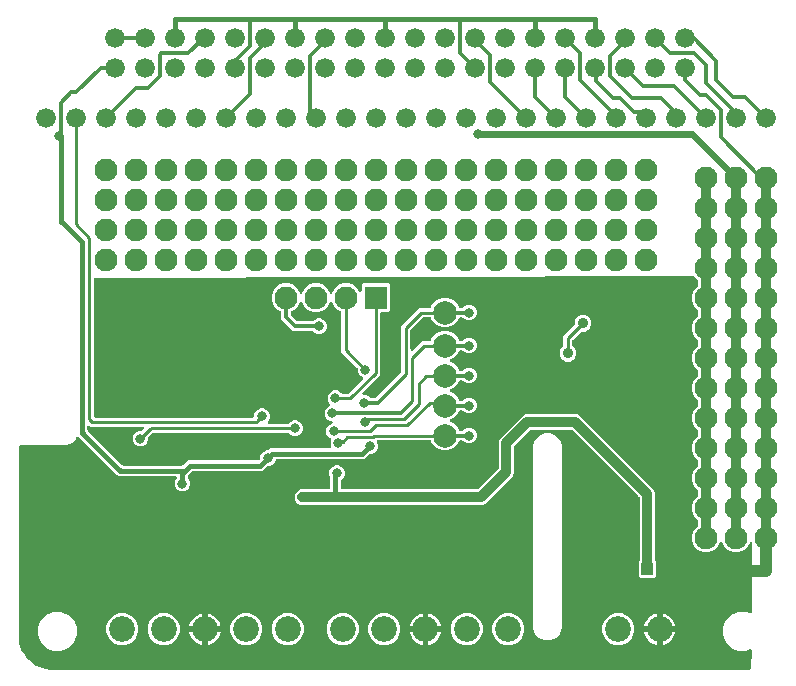
<source format=gbr>
G04 EAGLE Gerber RS-274X export*
G75*
%MOMM*%
%FSLAX34Y34*%
%LPD*%
%INBottom Copper*%
%IPPOS*%
%AMOC8*
5,1,8,0,0,1.08239X$1,22.5*%
G01*
%ADD10C,1.676400*%
%ADD11C,2.184400*%
%ADD12C,2.000000*%
%ADD13R,1.930400X1.930400*%
%ADD14C,1.930400*%
%ADD15C,0.304800*%
%ADD16C,0.812800*%
%ADD17C,0.800100*%
%ADD18C,0.254000*%
%ADD19C,0.406400*%
%ADD20C,0.609600*%
%ADD21C,1.016000*%
%ADD22C,0.906400*%
%ADD23R,1.006400X1.006400*%

G36*
X620022Y-10157D02*
X620022Y-10157D01*
X620100Y-10155D01*
X621540Y-10042D01*
X621604Y-10029D01*
X621668Y-10025D01*
X621758Y-9997D01*
X621852Y-9978D01*
X621910Y-9949D01*
X621971Y-9930D01*
X622052Y-9879D01*
X622137Y-9838D01*
X622186Y-9796D01*
X622241Y-9762D01*
X622307Y-9693D01*
X622379Y-9631D01*
X622416Y-9578D01*
X622461Y-9532D01*
X622507Y-9449D01*
X622562Y-9371D01*
X622585Y-9311D01*
X622617Y-9254D01*
X622641Y-9163D01*
X622675Y-9074D01*
X622682Y-9009D01*
X622698Y-8947D01*
X622710Y-8786D01*
X622821Y5727D01*
X622814Y5781D01*
X622817Y5835D01*
X622796Y5938D01*
X622783Y6043D01*
X622764Y6093D01*
X622753Y6147D01*
X622707Y6241D01*
X622669Y6339D01*
X622637Y6383D01*
X622613Y6432D01*
X622545Y6512D01*
X622484Y6598D01*
X622442Y6633D01*
X622407Y6674D01*
X622321Y6735D01*
X622240Y6803D01*
X622191Y6826D01*
X622147Y6858D01*
X622048Y6895D01*
X621954Y6940D01*
X621900Y6951D01*
X621849Y6970D01*
X621745Y6982D01*
X621642Y7002D01*
X621588Y6999D01*
X621533Y7006D01*
X621429Y6991D01*
X621324Y6985D01*
X621272Y6969D01*
X621218Y6961D01*
X621066Y6909D01*
X618290Y5759D01*
X611710Y5759D01*
X605630Y8277D01*
X600977Y12930D01*
X598459Y19010D01*
X598459Y25590D01*
X600977Y31670D01*
X605630Y36323D01*
X611710Y38841D01*
X618290Y38841D01*
X621319Y37586D01*
X621362Y37574D01*
X621402Y37555D01*
X621515Y37533D01*
X621626Y37502D01*
X621670Y37502D01*
X621714Y37493D01*
X621829Y37499D01*
X621944Y37497D01*
X621987Y37508D01*
X622032Y37510D01*
X622141Y37545D01*
X622253Y37571D01*
X622292Y37592D01*
X622335Y37606D01*
X622432Y37666D01*
X622534Y37720D01*
X622567Y37750D01*
X622605Y37774D01*
X622684Y37857D01*
X622769Y37934D01*
X622794Y37971D01*
X622825Y38004D01*
X622881Y38104D01*
X622944Y38200D01*
X622959Y38242D01*
X622980Y38281D01*
X623010Y38392D01*
X623047Y38501D01*
X623051Y38545D01*
X623062Y38589D01*
X623074Y38749D01*
X623519Y96953D01*
X623511Y97027D01*
X623512Y97101D01*
X623492Y97184D01*
X623482Y97268D01*
X623455Y97338D01*
X623438Y97411D01*
X623398Y97486D01*
X623367Y97565D01*
X623324Y97626D01*
X623289Y97692D01*
X623232Y97755D01*
X623182Y97824D01*
X623125Y97872D01*
X623075Y97927D01*
X623004Y97974D01*
X622939Y98029D01*
X622872Y98061D01*
X622809Y98102D01*
X622729Y98129D01*
X622652Y98166D01*
X622579Y98181D01*
X622508Y98205D01*
X622424Y98212D01*
X622340Y98228D01*
X622266Y98224D01*
X622191Y98230D01*
X622108Y98216D01*
X622023Y98211D01*
X621952Y98189D01*
X621878Y98176D01*
X621801Y98141D01*
X621720Y98115D01*
X621656Y98076D01*
X621588Y98045D01*
X621522Y97992D01*
X621450Y97947D01*
X621398Y97893D01*
X621340Y97847D01*
X621289Y97779D01*
X621230Y97717D01*
X621193Y97652D01*
X621148Y97593D01*
X621078Y97448D01*
X619937Y94693D01*
X616507Y91263D01*
X612025Y89407D01*
X607175Y89407D01*
X602693Y91263D01*
X599263Y94693D01*
X598073Y97568D01*
X598004Y97689D01*
X597939Y97812D01*
X597925Y97827D01*
X597915Y97845D01*
X597818Y97945D01*
X597725Y98047D01*
X597708Y98059D01*
X597694Y98073D01*
X597576Y98146D01*
X597459Y98222D01*
X597440Y98229D01*
X597423Y98239D01*
X597290Y98280D01*
X597158Y98325D01*
X597138Y98327D01*
X597119Y98333D01*
X596980Y98340D01*
X596841Y98351D01*
X596821Y98347D01*
X596801Y98348D01*
X596665Y98320D01*
X596528Y98296D01*
X596510Y98288D01*
X596490Y98284D01*
X596364Y98222D01*
X596238Y98166D01*
X596222Y98153D01*
X596204Y98144D01*
X596098Y98053D01*
X595990Y97967D01*
X595977Y97951D01*
X595962Y97938D01*
X595882Y97824D01*
X595798Y97713D01*
X595786Y97688D01*
X595779Y97678D01*
X595772Y97658D01*
X595727Y97568D01*
X594537Y94693D01*
X591107Y91263D01*
X586625Y89407D01*
X581775Y89407D01*
X577293Y91263D01*
X573863Y94693D01*
X572007Y99175D01*
X572007Y104025D01*
X573863Y108507D01*
X577224Y111867D01*
X577284Y111945D01*
X577352Y112017D01*
X577381Y112070D01*
X577418Y112118D01*
X577458Y112209D01*
X577506Y112296D01*
X577521Y112354D01*
X577545Y112410D01*
X577560Y112508D01*
X577585Y112603D01*
X577591Y112703D01*
X577595Y112724D01*
X577593Y112736D01*
X577595Y112764D01*
X577595Y115836D01*
X577583Y115934D01*
X577580Y116033D01*
X577563Y116091D01*
X577555Y116151D01*
X577519Y116243D01*
X577491Y116339D01*
X577461Y116391D01*
X577438Y116447D01*
X577380Y116527D01*
X577330Y116613D01*
X577264Y116688D01*
X577252Y116704D01*
X577242Y116712D01*
X577224Y116733D01*
X573863Y120093D01*
X572007Y124575D01*
X572007Y129425D01*
X573863Y133907D01*
X577224Y137267D01*
X577284Y137345D01*
X577352Y137417D01*
X577381Y137470D01*
X577418Y137518D01*
X577458Y137609D01*
X577506Y137696D01*
X577521Y137754D01*
X577545Y137810D01*
X577560Y137908D01*
X577585Y138003D01*
X577591Y138103D01*
X577595Y138124D01*
X577593Y138136D01*
X577595Y138164D01*
X577595Y141236D01*
X577583Y141334D01*
X577580Y141433D01*
X577563Y141491D01*
X577555Y141551D01*
X577519Y141643D01*
X577491Y141739D01*
X577461Y141791D01*
X577438Y141847D01*
X577380Y141927D01*
X577330Y142013D01*
X577264Y142088D01*
X577252Y142104D01*
X577242Y142112D01*
X577224Y142133D01*
X573863Y145493D01*
X572007Y149975D01*
X572007Y154825D01*
X573863Y159307D01*
X577224Y162667D01*
X577284Y162745D01*
X577352Y162817D01*
X577381Y162870D01*
X577418Y162918D01*
X577458Y163009D01*
X577506Y163096D01*
X577521Y163154D01*
X577545Y163210D01*
X577560Y163308D01*
X577585Y163403D01*
X577591Y163503D01*
X577595Y163524D01*
X577593Y163536D01*
X577595Y163564D01*
X577595Y166636D01*
X577583Y166734D01*
X577580Y166833D01*
X577563Y166891D01*
X577555Y166951D01*
X577519Y167043D01*
X577491Y167139D01*
X577461Y167191D01*
X577438Y167247D01*
X577380Y167327D01*
X577330Y167413D01*
X577264Y167488D01*
X577252Y167504D01*
X577242Y167512D01*
X577224Y167533D01*
X573863Y170893D01*
X572007Y175375D01*
X572007Y180225D01*
X573863Y184707D01*
X577224Y188067D01*
X577284Y188145D01*
X577352Y188217D01*
X577381Y188270D01*
X577418Y188318D01*
X577458Y188409D01*
X577506Y188496D01*
X577521Y188554D01*
X577545Y188610D01*
X577560Y188708D01*
X577585Y188803D01*
X577591Y188903D01*
X577595Y188924D01*
X577593Y188936D01*
X577595Y188964D01*
X577595Y192036D01*
X577583Y192134D01*
X577580Y192233D01*
X577563Y192291D01*
X577555Y192351D01*
X577519Y192443D01*
X577491Y192539D01*
X577461Y192591D01*
X577438Y192647D01*
X577380Y192727D01*
X577330Y192813D01*
X577264Y192888D01*
X577252Y192904D01*
X577242Y192912D01*
X577224Y192933D01*
X573863Y196293D01*
X572007Y200775D01*
X572007Y205625D01*
X573863Y210107D01*
X577224Y213467D01*
X577284Y213545D01*
X577352Y213617D01*
X577381Y213670D01*
X577418Y213718D01*
X577458Y213809D01*
X577506Y213896D01*
X577521Y213954D01*
X577545Y214010D01*
X577560Y214108D01*
X577585Y214203D01*
X577591Y214303D01*
X577595Y214324D01*
X577593Y214336D01*
X577595Y214364D01*
X577595Y217436D01*
X577583Y217534D01*
X577580Y217633D01*
X577563Y217691D01*
X577555Y217751D01*
X577519Y217843D01*
X577491Y217939D01*
X577461Y217991D01*
X577438Y218047D01*
X577380Y218127D01*
X577330Y218213D01*
X577264Y218288D01*
X577252Y218304D01*
X577242Y218312D01*
X577224Y218333D01*
X573863Y221693D01*
X572007Y226175D01*
X572007Y231025D01*
X573863Y235507D01*
X577224Y238867D01*
X577284Y238945D01*
X577352Y239017D01*
X577381Y239070D01*
X577418Y239118D01*
X577458Y239209D01*
X577506Y239296D01*
X577521Y239354D01*
X577545Y239410D01*
X577560Y239508D01*
X577585Y239603D01*
X577591Y239703D01*
X577595Y239724D01*
X577593Y239736D01*
X577595Y239764D01*
X577595Y242836D01*
X577583Y242934D01*
X577580Y243033D01*
X577563Y243091D01*
X577555Y243151D01*
X577519Y243243D01*
X577491Y243339D01*
X577461Y243391D01*
X577438Y243447D01*
X577380Y243527D01*
X577330Y243613D01*
X577264Y243688D01*
X577252Y243704D01*
X577242Y243712D01*
X577224Y243733D01*
X573863Y247093D01*
X572007Y251575D01*
X572007Y256425D01*
X573863Y260907D01*
X577224Y264267D01*
X577284Y264345D01*
X577352Y264417D01*
X577381Y264470D01*
X577418Y264518D01*
X577458Y264609D01*
X577506Y264696D01*
X577521Y264754D01*
X577545Y264810D01*
X577560Y264908D01*
X577585Y265003D01*
X577591Y265103D01*
X577595Y265124D01*
X577593Y265136D01*
X577595Y265164D01*
X577595Y268236D01*
X577583Y268334D01*
X577580Y268433D01*
X577563Y268491D01*
X577555Y268551D01*
X577519Y268643D01*
X577491Y268739D01*
X577461Y268791D01*
X577438Y268847D01*
X577380Y268927D01*
X577330Y269013D01*
X577264Y269088D01*
X577252Y269104D01*
X577242Y269112D01*
X577224Y269133D01*
X573863Y272493D01*
X572007Y276975D01*
X572007Y281825D01*
X573863Y286307D01*
X577224Y289667D01*
X577284Y289745D01*
X577352Y289817D01*
X577381Y289870D01*
X577418Y289918D01*
X577458Y290009D01*
X577506Y290096D01*
X577521Y290154D01*
X577545Y290210D01*
X577560Y290308D01*
X577585Y290403D01*
X577591Y290503D01*
X577595Y290524D01*
X577593Y290536D01*
X577595Y290564D01*
X577595Y293636D01*
X577583Y293734D01*
X577580Y293833D01*
X577563Y293891D01*
X577555Y293951D01*
X577519Y294043D01*
X577491Y294139D01*
X577461Y294191D01*
X577438Y294247D01*
X577380Y294327D01*
X577330Y294413D01*
X577264Y294488D01*
X577252Y294504D01*
X577242Y294512D01*
X577224Y294533D01*
X573863Y297893D01*
X572007Y302375D01*
X572007Y307225D01*
X573863Y311707D01*
X577224Y315067D01*
X577284Y315145D01*
X577352Y315217D01*
X577381Y315270D01*
X577418Y315318D01*
X577458Y315409D01*
X577506Y315496D01*
X577521Y315554D01*
X577545Y315610D01*
X577560Y315708D01*
X577585Y315803D01*
X577591Y315903D01*
X577595Y315924D01*
X577593Y315936D01*
X577595Y315964D01*
X577595Y319036D01*
X577583Y319134D01*
X577580Y319233D01*
X577563Y319291D01*
X577555Y319351D01*
X577519Y319443D01*
X577491Y319539D01*
X577461Y319591D01*
X577438Y319647D01*
X577380Y319727D01*
X577330Y319813D01*
X577264Y319888D01*
X577252Y319904D01*
X577242Y319912D01*
X577224Y319933D01*
X574771Y322386D01*
X574692Y322447D01*
X574619Y322516D01*
X574567Y322544D01*
X574520Y322580D01*
X574428Y322620D01*
X574340Y322669D01*
X574283Y322683D01*
X574228Y322707D01*
X574129Y322723D01*
X574032Y322747D01*
X573935Y322753D01*
X573914Y322757D01*
X573901Y322755D01*
X573871Y322757D01*
X67307Y321726D01*
X67191Y321711D01*
X67073Y321704D01*
X67033Y321691D01*
X66992Y321686D01*
X66883Y321642D01*
X66771Y321606D01*
X66735Y321584D01*
X66696Y321568D01*
X66601Y321499D01*
X66502Y321436D01*
X66473Y321405D01*
X66440Y321381D01*
X66365Y321290D01*
X66284Y321204D01*
X66264Y321168D01*
X66237Y321135D01*
X66187Y321029D01*
X66130Y320926D01*
X66120Y320885D01*
X66102Y320847D01*
X66080Y320732D01*
X66051Y320618D01*
X66047Y320555D01*
X66043Y320535D01*
X66044Y320515D01*
X66041Y320457D01*
X66041Y204470D01*
X66056Y204352D01*
X66063Y204233D01*
X66076Y204195D01*
X66081Y204154D01*
X66124Y204044D01*
X66161Y203931D01*
X66183Y203896D01*
X66198Y203859D01*
X66267Y203763D01*
X66331Y203662D01*
X66361Y203634D01*
X66384Y203601D01*
X66476Y203525D01*
X66563Y203444D01*
X66598Y203424D01*
X66629Y203399D01*
X66737Y203348D01*
X66841Y203290D01*
X66881Y203280D01*
X66917Y203263D01*
X67034Y203241D01*
X67149Y203211D01*
X67209Y203207D01*
X67229Y203203D01*
X67250Y203205D01*
X67310Y203201D01*
X200470Y203201D01*
X200588Y203216D01*
X200706Y203223D01*
X200745Y203236D01*
X200785Y203241D01*
X200896Y203284D01*
X201009Y203321D01*
X201043Y203343D01*
X201081Y203358D01*
X201177Y203427D01*
X201278Y203491D01*
X201305Y203521D01*
X201338Y203544D01*
X201414Y203636D01*
X201496Y203723D01*
X201515Y203758D01*
X201541Y203789D01*
X201592Y203897D01*
X201649Y204001D01*
X201659Y204041D01*
X201676Y204077D01*
X201699Y204194D01*
X201729Y204309D01*
X201732Y204369D01*
X201736Y204389D01*
X201735Y204410D01*
X201739Y204470D01*
X201739Y205771D01*
X202735Y208175D01*
X204575Y210015D01*
X206979Y211011D01*
X209581Y211011D01*
X211985Y210015D01*
X213825Y208175D01*
X214821Y205771D01*
X214821Y203169D01*
X213825Y200765D01*
X213348Y200288D01*
X213263Y200178D01*
X213174Y200071D01*
X213166Y200052D01*
X213153Y200036D01*
X213098Y199908D01*
X213039Y199783D01*
X213035Y199763D01*
X213027Y199744D01*
X213005Y199606D01*
X212979Y199470D01*
X212980Y199450D01*
X212977Y199430D01*
X212990Y199291D01*
X212999Y199153D01*
X213005Y199134D01*
X213007Y199114D01*
X213054Y198983D01*
X213097Y198851D01*
X213108Y198833D01*
X213114Y198814D01*
X213192Y198700D01*
X213267Y198582D01*
X213282Y198568D01*
X213293Y198551D01*
X213397Y198459D01*
X213499Y198364D01*
X213516Y198354D01*
X213531Y198341D01*
X213655Y198278D01*
X213777Y198210D01*
X213797Y198205D01*
X213815Y198196D01*
X213951Y198166D01*
X214085Y198131D01*
X214113Y198129D01*
X214125Y198126D01*
X214145Y198127D01*
X214246Y198121D01*
X230254Y198121D01*
X230352Y198133D01*
X230451Y198136D01*
X230510Y198153D01*
X230570Y198161D01*
X230662Y198197D01*
X230757Y198225D01*
X230809Y198255D01*
X230865Y198278D01*
X230946Y198336D01*
X231031Y198386D01*
X231106Y198452D01*
X231123Y198464D01*
X231131Y198474D01*
X231152Y198492D01*
X232515Y199855D01*
X234919Y200851D01*
X237521Y200851D01*
X239925Y199855D01*
X241765Y198015D01*
X242761Y195611D01*
X242761Y193009D01*
X241765Y190605D01*
X239925Y188765D01*
X237521Y187769D01*
X234919Y187769D01*
X232515Y188765D01*
X231152Y190128D01*
X231073Y190188D01*
X231001Y190256D01*
X230948Y190285D01*
X230900Y190322D01*
X230810Y190362D01*
X230723Y190410D01*
X230664Y190425D01*
X230609Y190449D01*
X230511Y190464D01*
X230415Y190489D01*
X230315Y190495D01*
X230295Y190499D01*
X230282Y190497D01*
X230254Y190499D01*
X116404Y190499D01*
X116306Y190487D01*
X116207Y190484D01*
X116149Y190467D01*
X116089Y190459D01*
X115997Y190423D01*
X115901Y190395D01*
X115849Y190365D01*
X115793Y190342D01*
X115713Y190284D01*
X115628Y190234D01*
X115552Y190168D01*
X115536Y190156D01*
X115528Y190146D01*
X115507Y190128D01*
X112323Y186944D01*
X112262Y186866D01*
X112194Y186793D01*
X112165Y186740D01*
X112128Y186693D01*
X112089Y186602D01*
X112041Y186515D01*
X112026Y186456D01*
X112002Y186401D01*
X111986Y186303D01*
X111961Y186207D01*
X111955Y186107D01*
X111952Y186087D01*
X111953Y186074D01*
X111951Y186046D01*
X111951Y184119D01*
X110955Y181715D01*
X109115Y179875D01*
X106711Y178879D01*
X104109Y178879D01*
X101705Y179875D01*
X99865Y181715D01*
X98869Y184119D01*
X98869Y186721D01*
X99865Y189125D01*
X101705Y190965D01*
X104109Y191961D01*
X106036Y191961D01*
X106134Y191974D01*
X106234Y191977D01*
X106292Y191993D01*
X106352Y192001D01*
X106444Y192037D01*
X106539Y192065D01*
X106591Y192096D01*
X106648Y192118D01*
X106727Y192176D01*
X106813Y192227D01*
X106888Y192293D01*
X106905Y192305D01*
X106913Y192314D01*
X106934Y192333D01*
X108013Y193413D01*
X108098Y193522D01*
X108187Y193629D01*
X108196Y193648D01*
X108208Y193664D01*
X108264Y193791D01*
X108323Y193917D01*
X108327Y193937D01*
X108335Y193956D01*
X108357Y194094D01*
X108383Y194230D01*
X108381Y194250D01*
X108384Y194270D01*
X108371Y194409D01*
X108363Y194547D01*
X108357Y194566D01*
X108355Y194586D01*
X108307Y194718D01*
X108265Y194849D01*
X108254Y194867D01*
X108247Y194886D01*
X108169Y195000D01*
X108095Y195118D01*
X108080Y195132D01*
X108068Y195149D01*
X107964Y195241D01*
X107863Y195336D01*
X107845Y195346D01*
X107830Y195359D01*
X107706Y195422D01*
X107584Y195490D01*
X107565Y195495D01*
X107547Y195504D01*
X107411Y195534D01*
X107277Y195569D01*
X107248Y195571D01*
X107237Y195574D01*
X107216Y195573D01*
X107116Y195579D01*
X63192Y195579D01*
X62619Y196151D01*
X62510Y196236D01*
X62403Y196325D01*
X62384Y196334D01*
X62368Y196346D01*
X62240Y196402D01*
X62115Y196461D01*
X62095Y196465D01*
X62076Y196473D01*
X61938Y196495D01*
X61802Y196521D01*
X61782Y196519D01*
X61762Y196522D01*
X61623Y196509D01*
X61485Y196501D01*
X61466Y196495D01*
X61446Y196493D01*
X61314Y196445D01*
X61183Y196403D01*
X61165Y196392D01*
X61146Y196385D01*
X61031Y196307D01*
X60914Y196233D01*
X60900Y196218D01*
X60883Y196206D01*
X60791Y196102D01*
X60696Y196001D01*
X60686Y195983D01*
X60673Y195968D01*
X60610Y195844D01*
X60542Y195722D01*
X60537Y195703D01*
X60528Y195685D01*
X60498Y195549D01*
X60463Y195415D01*
X60461Y195386D01*
X60458Y195375D01*
X60459Y195354D01*
X60453Y195254D01*
X60453Y192920D01*
X60465Y192822D01*
X60468Y192723D01*
X60474Y192703D01*
X60475Y192684D01*
X60487Y192646D01*
X60493Y192604D01*
X60529Y192512D01*
X60557Y192417D01*
X60568Y192399D01*
X60573Y192381D01*
X60594Y192349D01*
X60610Y192309D01*
X60668Y192229D01*
X60718Y192143D01*
X60739Y192120D01*
X60743Y192113D01*
X60753Y192103D01*
X60784Y192068D01*
X60796Y192051D01*
X60806Y192043D01*
X60824Y192022D01*
X89787Y163059D01*
X89866Y162999D01*
X89938Y162931D01*
X89991Y162902D01*
X90039Y162865D01*
X90130Y162825D01*
X90216Y162777D01*
X90275Y162762D01*
X90330Y162738D01*
X90428Y162723D01*
X90524Y162698D01*
X90624Y162692D01*
X90645Y162688D01*
X90657Y162690D01*
X90685Y162688D01*
X140455Y162688D01*
X140553Y162700D01*
X140652Y162703D01*
X140711Y162720D01*
X140771Y162728D01*
X140863Y162764D01*
X140958Y162792D01*
X141010Y162822D01*
X141066Y162845D01*
X141146Y162903D01*
X141232Y162953D01*
X141307Y163019D01*
X141324Y163031D01*
X141332Y163041D01*
X141353Y163059D01*
X145426Y167133D01*
X204590Y167133D01*
X204688Y167145D01*
X204787Y167148D01*
X204846Y167165D01*
X204906Y167173D01*
X204998Y167209D01*
X205093Y167237D01*
X205145Y167267D01*
X205201Y167290D01*
X205281Y167348D01*
X205367Y167398D01*
X205442Y167464D01*
X205459Y167476D01*
X205467Y167486D01*
X205488Y167504D01*
X206447Y168464D01*
X206508Y168542D01*
X206576Y168614D01*
X206605Y168667D01*
X206642Y168715D01*
X206681Y168806D01*
X206729Y168893D01*
X206744Y168951D01*
X206768Y169007D01*
X206784Y169105D01*
X206809Y169201D01*
X206815Y169301D01*
X206818Y169321D01*
X206817Y169333D01*
X206819Y169361D01*
X206819Y170211D01*
X207815Y172615D01*
X209655Y174455D01*
X212059Y175451D01*
X212909Y175451D01*
X213007Y175464D01*
X213106Y175467D01*
X213164Y175483D01*
X213224Y175491D01*
X213316Y175528D01*
X213411Y175555D01*
X213464Y175586D01*
X213520Y175608D01*
X213600Y175666D01*
X213685Y175717D01*
X213761Y175783D01*
X213777Y175795D01*
X213785Y175804D01*
X213806Y175823D01*
X215276Y177293D01*
X265859Y177293D01*
X265908Y177299D01*
X265957Y177297D01*
X266065Y177319D01*
X266174Y177333D01*
X266220Y177351D01*
X266269Y177361D01*
X266368Y177409D01*
X266470Y177450D01*
X266510Y177479D01*
X266555Y177501D01*
X266638Y177572D01*
X266727Y177636D01*
X266759Y177675D01*
X266797Y177707D01*
X266860Y177797D01*
X266930Y177881D01*
X266951Y177926D01*
X266980Y177967D01*
X267019Y178070D01*
X267065Y178169D01*
X267075Y178218D01*
X267092Y178264D01*
X267105Y178374D01*
X267125Y178481D01*
X267122Y178531D01*
X267128Y178580D01*
X267112Y178689D01*
X267105Y178799D01*
X267090Y178846D01*
X267083Y178895D01*
X267031Y179048D01*
X266509Y180309D01*
X266509Y182911D01*
X267052Y184222D01*
X267083Y184337D01*
X267122Y184450D01*
X267125Y184490D01*
X267136Y184529D01*
X267138Y184648D01*
X267147Y184767D01*
X267140Y184807D01*
X267141Y184847D01*
X267113Y184963D01*
X267093Y185080D01*
X267076Y185117D01*
X267067Y185156D01*
X267011Y185262D01*
X266962Y185370D01*
X266937Y185402D01*
X266918Y185437D01*
X266838Y185526D01*
X266764Y185619D01*
X266731Y185643D01*
X266704Y185673D01*
X266604Y185738D01*
X266509Y185810D01*
X266456Y185836D01*
X266438Y185848D01*
X266419Y185854D01*
X266365Y185881D01*
X265535Y186225D01*
X263695Y188065D01*
X262699Y190469D01*
X262699Y193071D01*
X263695Y195475D01*
X265535Y197315D01*
X267252Y198027D01*
X267313Y198061D01*
X267378Y198087D01*
X267451Y198140D01*
X267529Y198184D01*
X267579Y198233D01*
X267635Y198274D01*
X267693Y198343D01*
X267757Y198406D01*
X267794Y198465D01*
X267838Y198519D01*
X267876Y198600D01*
X267923Y198677D01*
X267944Y198744D01*
X267974Y198807D01*
X267990Y198895D01*
X268017Y198981D01*
X268020Y199051D01*
X268033Y199119D01*
X268028Y199209D01*
X268032Y199298D01*
X268018Y199367D01*
X268014Y199436D01*
X267986Y199522D01*
X267968Y199610D01*
X267937Y199673D01*
X267916Y199739D01*
X267868Y199815D01*
X267828Y199896D01*
X267783Y199949D01*
X267745Y200008D01*
X267680Y200069D01*
X267622Y200138D01*
X267565Y200178D01*
X267514Y200226D01*
X267435Y200269D01*
X267362Y200321D01*
X267296Y200345D01*
X267235Y200379D01*
X267148Y200401D01*
X267064Y200433D01*
X266995Y200441D01*
X266927Y200459D01*
X266767Y200469D01*
X266669Y200469D01*
X264265Y201465D01*
X262425Y203305D01*
X261429Y205709D01*
X261429Y208311D01*
X262425Y210715D01*
X264265Y212555D01*
X265444Y213044D01*
X265487Y213068D01*
X265534Y213085D01*
X265624Y213147D01*
X265720Y213201D01*
X265756Y213236D01*
X265797Y213264D01*
X265869Y213346D01*
X265948Y213423D01*
X265974Y213465D01*
X266007Y213502D01*
X266057Y213600D01*
X266115Y213694D01*
X266129Y213741D01*
X266152Y213785D01*
X266176Y213893D01*
X266208Y213998D01*
X266211Y214047D01*
X266221Y214096D01*
X266218Y214205D01*
X266223Y214315D01*
X266213Y214364D01*
X266212Y214414D01*
X266181Y214519D01*
X266159Y214627D01*
X266137Y214671D01*
X266123Y214719D01*
X266068Y214814D01*
X266019Y214912D01*
X265987Y214950D01*
X265962Y214993D01*
X265855Y215114D01*
X264965Y216005D01*
X263969Y218409D01*
X263969Y221011D01*
X264965Y223415D01*
X266805Y225255D01*
X269209Y226251D01*
X271811Y226251D01*
X274215Y225255D01*
X275578Y223892D01*
X275657Y223832D01*
X275729Y223764D01*
X275782Y223735D01*
X275830Y223698D01*
X275920Y223658D01*
X276007Y223610D01*
X276066Y223595D01*
X276121Y223571D01*
X276219Y223556D01*
X276315Y223531D01*
X276415Y223525D01*
X276435Y223521D01*
X276448Y223523D01*
X276476Y223521D01*
X281106Y223521D01*
X281204Y223533D01*
X281303Y223536D01*
X281361Y223553D01*
X281421Y223561D01*
X281513Y223597D01*
X281609Y223625D01*
X281661Y223655D01*
X281717Y223678D01*
X281797Y223736D01*
X281882Y223786D01*
X281958Y223852D01*
X281974Y223864D01*
X281982Y223874D01*
X282003Y223892D01*
X293832Y235721D01*
X293862Y235760D01*
X293899Y235794D01*
X293959Y235885D01*
X294027Y235972D01*
X294047Y236018D01*
X294074Y236059D01*
X294109Y236163D01*
X294153Y236264D01*
X294161Y236313D01*
X294177Y236360D01*
X294186Y236470D01*
X294203Y236578D01*
X294198Y236628D01*
X294202Y236677D01*
X294183Y236785D01*
X294173Y236895D01*
X294156Y236942D01*
X294148Y236991D01*
X294103Y237091D01*
X294066Y237194D01*
X294038Y237235D01*
X294017Y237281D01*
X293949Y237366D01*
X293887Y237457D01*
X293850Y237490D01*
X293819Y237529D01*
X293731Y237595D01*
X293649Y237668D01*
X293604Y237690D01*
X293565Y237720D01*
X293420Y237791D01*
X292205Y238295D01*
X290365Y240135D01*
X289369Y242539D01*
X289369Y244466D01*
X289356Y244564D01*
X289353Y244664D01*
X289337Y244722D01*
X289329Y244782D01*
X289292Y244874D01*
X289265Y244969D01*
X289234Y245021D01*
X289212Y245078D01*
X289154Y245158D01*
X289103Y245243D01*
X289037Y245318D01*
X289025Y245335D01*
X289016Y245343D01*
X288997Y245364D01*
X275589Y258772D01*
X275589Y292333D01*
X275586Y292362D01*
X275588Y292392D01*
X275566Y292520D01*
X275549Y292649D01*
X275539Y292676D01*
X275534Y292705D01*
X275480Y292824D01*
X275432Y292944D01*
X275415Y292968D01*
X275403Y292995D01*
X275322Y293096D01*
X275246Y293202D01*
X275223Y293220D01*
X275204Y293243D01*
X275101Y293321D01*
X275001Y293404D01*
X274974Y293417D01*
X274950Y293435D01*
X274806Y293506D01*
X272493Y294463D01*
X269063Y297893D01*
X267873Y300768D01*
X267804Y300889D01*
X267739Y301012D01*
X267725Y301027D01*
X267715Y301045D01*
X267618Y301145D01*
X267525Y301247D01*
X267508Y301259D01*
X267494Y301273D01*
X267376Y301346D01*
X267259Y301422D01*
X267240Y301429D01*
X267223Y301439D01*
X267090Y301480D01*
X266958Y301525D01*
X266938Y301527D01*
X266919Y301533D01*
X266780Y301540D01*
X266641Y301551D01*
X266621Y301547D01*
X266601Y301548D01*
X266465Y301520D01*
X266328Y301496D01*
X266310Y301488D01*
X266290Y301484D01*
X266164Y301422D01*
X266038Y301366D01*
X266022Y301353D01*
X266004Y301344D01*
X265898Y301253D01*
X265790Y301167D01*
X265777Y301151D01*
X265762Y301138D01*
X265682Y301024D01*
X265598Y300913D01*
X265586Y300888D01*
X265579Y300878D01*
X265572Y300858D01*
X265527Y300768D01*
X264337Y297893D01*
X260907Y294463D01*
X256425Y292607D01*
X251575Y292607D01*
X247093Y294463D01*
X243663Y297893D01*
X242473Y300768D01*
X242404Y300889D01*
X242339Y301012D01*
X242325Y301027D01*
X242315Y301045D01*
X242218Y301145D01*
X242125Y301247D01*
X242108Y301259D01*
X242094Y301273D01*
X241976Y301346D01*
X241859Y301422D01*
X241840Y301429D01*
X241823Y301439D01*
X241690Y301480D01*
X241558Y301525D01*
X241538Y301527D01*
X241519Y301533D01*
X241380Y301540D01*
X241241Y301551D01*
X241221Y301547D01*
X241201Y301548D01*
X241065Y301520D01*
X240928Y301496D01*
X240910Y301488D01*
X240890Y301484D01*
X240764Y301422D01*
X240638Y301366D01*
X240622Y301353D01*
X240604Y301344D01*
X240498Y301253D01*
X240390Y301167D01*
X240377Y301151D01*
X240362Y301138D01*
X240282Y301024D01*
X240198Y300913D01*
X240186Y300888D01*
X240179Y300878D01*
X240172Y300858D01*
X240127Y300768D01*
X238937Y297893D01*
X235507Y294463D01*
X233448Y293611D01*
X233423Y293596D01*
X233395Y293587D01*
X233285Y293518D01*
X233172Y293453D01*
X233151Y293433D01*
X233126Y293417D01*
X233037Y293323D01*
X232944Y293232D01*
X232928Y293207D01*
X232908Y293185D01*
X232845Y293072D01*
X232777Y292961D01*
X232769Y292933D01*
X232754Y292907D01*
X232722Y292781D01*
X232684Y292657D01*
X232682Y292628D01*
X232675Y292599D01*
X232665Y292438D01*
X232665Y290499D01*
X232677Y290401D01*
X232680Y290302D01*
X232697Y290244D01*
X232705Y290184D01*
X232741Y290092D01*
X232769Y289997D01*
X232799Y289945D01*
X232822Y289888D01*
X232880Y289808D01*
X232930Y289723D01*
X232996Y289647D01*
X233008Y289631D01*
X233018Y289623D01*
X233036Y289602D01*
X237532Y285106D01*
X237610Y285046D01*
X237682Y284978D01*
X237735Y284949D01*
X237783Y284912D01*
X237874Y284872D01*
X237961Y284824D01*
X238019Y284809D01*
X238075Y284785D01*
X238173Y284770D01*
X238269Y284745D01*
X238369Y284739D01*
X238389Y284735D01*
X238401Y284737D01*
X238429Y284735D01*
X250828Y284735D01*
X250926Y284747D01*
X251025Y284750D01*
X251084Y284767D01*
X251144Y284775D01*
X251236Y284811D01*
X251331Y284839D01*
X251383Y284869D01*
X251439Y284892D01*
X251520Y284950D01*
X251605Y285000D01*
X251680Y285066D01*
X251697Y285078D01*
X251705Y285088D01*
X251726Y285106D01*
X252835Y286215D01*
X255239Y287211D01*
X257841Y287211D01*
X260245Y286215D01*
X262085Y284375D01*
X263081Y281971D01*
X263081Y279369D01*
X262085Y276965D01*
X260245Y275125D01*
X257841Y274129D01*
X255239Y274129D01*
X252835Y275125D01*
X251726Y276234D01*
X251647Y276294D01*
X251575Y276362D01*
X251522Y276391D01*
X251474Y276428D01*
X251384Y276468D01*
X251297Y276516D01*
X251238Y276531D01*
X251183Y276555D01*
X251085Y276570D01*
X250989Y276595D01*
X250889Y276601D01*
X250869Y276605D01*
X250856Y276603D01*
X250828Y276605D01*
X234536Y276605D01*
X224535Y286606D01*
X224535Y292438D01*
X224532Y292467D01*
X224534Y292497D01*
X224512Y292625D01*
X224495Y292754D01*
X224485Y292781D01*
X224480Y292810D01*
X224426Y292929D01*
X224378Y293049D01*
X224361Y293073D01*
X224349Y293100D01*
X224268Y293202D01*
X224192Y293307D01*
X224169Y293326D01*
X224150Y293349D01*
X224047Y293427D01*
X223947Y293510D01*
X223920Y293522D01*
X223896Y293540D01*
X223752Y293611D01*
X221693Y294463D01*
X218263Y297893D01*
X216407Y302375D01*
X216407Y307225D01*
X218263Y311707D01*
X221693Y315137D01*
X226175Y316993D01*
X231025Y316993D01*
X235507Y315137D01*
X238937Y311707D01*
X240127Y308832D01*
X240196Y308711D01*
X240261Y308588D01*
X240275Y308573D01*
X240285Y308555D01*
X240382Y308456D01*
X240475Y308353D01*
X240492Y308341D01*
X240506Y308327D01*
X240625Y308254D01*
X240741Y308178D01*
X240760Y308171D01*
X240777Y308161D01*
X240910Y308120D01*
X241042Y308075D01*
X241062Y308073D01*
X241081Y308067D01*
X241220Y308060D01*
X241359Y308049D01*
X241379Y308053D01*
X241399Y308052D01*
X241535Y308080D01*
X241672Y308104D01*
X241691Y308112D01*
X241710Y308116D01*
X241836Y308178D01*
X241962Y308234D01*
X241978Y308247D01*
X241996Y308256D01*
X242102Y308346D01*
X242210Y308433D01*
X242223Y308449D01*
X242238Y308462D01*
X242318Y308576D01*
X242402Y308687D01*
X242414Y308712D01*
X242421Y308722D01*
X242428Y308742D01*
X242473Y308832D01*
X243663Y311707D01*
X247093Y315137D01*
X251575Y316993D01*
X256425Y316993D01*
X260907Y315137D01*
X264337Y311707D01*
X265527Y308832D01*
X265596Y308711D01*
X265661Y308588D01*
X265675Y308573D01*
X265685Y308555D01*
X265782Y308456D01*
X265875Y308353D01*
X265892Y308341D01*
X265906Y308327D01*
X266025Y308254D01*
X266141Y308178D01*
X266160Y308171D01*
X266177Y308161D01*
X266310Y308120D01*
X266442Y308075D01*
X266462Y308073D01*
X266481Y308067D01*
X266620Y308060D01*
X266759Y308049D01*
X266779Y308053D01*
X266799Y308052D01*
X266935Y308080D01*
X267072Y308104D01*
X267091Y308112D01*
X267110Y308116D01*
X267236Y308178D01*
X267362Y308234D01*
X267378Y308247D01*
X267396Y308256D01*
X267502Y308346D01*
X267610Y308433D01*
X267623Y308449D01*
X267638Y308462D01*
X267718Y308576D01*
X267802Y308687D01*
X267814Y308712D01*
X267821Y308722D01*
X267828Y308742D01*
X267873Y308832D01*
X269063Y311707D01*
X272493Y315137D01*
X276975Y316993D01*
X281825Y316993D01*
X286307Y315137D01*
X289736Y311707D01*
X290165Y310671D01*
X290200Y310610D01*
X290226Y310546D01*
X290278Y310473D01*
X290323Y310395D01*
X290371Y310345D01*
X290412Y310288D01*
X290482Y310231D01*
X290544Y310167D01*
X290604Y310130D01*
X290657Y310086D01*
X290739Y310047D01*
X290815Y310000D01*
X290882Y309980D01*
X290945Y309950D01*
X291033Y309933D01*
X291119Y309907D01*
X291189Y309903D01*
X291258Y309890D01*
X291347Y309896D01*
X291437Y309891D01*
X291505Y309906D01*
X291575Y309910D01*
X291660Y309938D01*
X291748Y309956D01*
X291811Y309986D01*
X291877Y310008D01*
X291953Y310056D01*
X292034Y310096D01*
X292087Y310141D01*
X292146Y310178D01*
X292208Y310244D01*
X292276Y310302D01*
X292316Y310359D01*
X292364Y310410D01*
X292407Y310488D01*
X292459Y310562D01*
X292484Y310627D01*
X292518Y310688D01*
X292540Y310775D01*
X292572Y310859D01*
X292580Y310929D01*
X292597Y310996D01*
X292607Y311157D01*
X292607Y315504D01*
X294096Y316993D01*
X315504Y316993D01*
X316993Y315504D01*
X316993Y294096D01*
X315504Y292607D01*
X309880Y292607D01*
X309762Y292592D01*
X309643Y292585D01*
X309605Y292572D01*
X309564Y292567D01*
X309454Y292524D01*
X309341Y292487D01*
X309306Y292465D01*
X309269Y292450D01*
X309173Y292381D01*
X309072Y292317D01*
X309044Y292287D01*
X309011Y292264D01*
X308935Y292172D01*
X308854Y292085D01*
X308834Y292050D01*
X308809Y292019D01*
X308758Y291911D01*
X308700Y291807D01*
X308690Y291767D01*
X308673Y291731D01*
X308651Y291614D01*
X308621Y291499D01*
X308617Y291439D01*
X308613Y291419D01*
X308615Y291398D01*
X308611Y291338D01*
X308611Y239722D01*
X293497Y224608D01*
X293412Y224498D01*
X293323Y224391D01*
X293315Y224373D01*
X293302Y224357D01*
X293247Y224229D01*
X293188Y224103D01*
X293184Y224084D01*
X293176Y224065D01*
X293154Y223927D01*
X293128Y223791D01*
X293129Y223771D01*
X293126Y223751D01*
X293139Y223612D01*
X293148Y223474D01*
X293154Y223454D01*
X293156Y223434D01*
X293203Y223303D01*
X293246Y223171D01*
X293257Y223154D01*
X293263Y223135D01*
X293342Y223020D01*
X293416Y222902D01*
X293431Y222888D01*
X293442Y222872D01*
X293546Y222780D01*
X293648Y222684D01*
X293665Y222675D01*
X293680Y222661D01*
X293804Y222598D01*
X293926Y222531D01*
X293946Y222526D01*
X293964Y222517D01*
X294100Y222486D01*
X294234Y222451D01*
X294262Y222450D01*
X294274Y222447D01*
X294294Y222448D01*
X294395Y222441D01*
X295941Y222441D01*
X298345Y221445D01*
X299454Y220336D01*
X299533Y220276D01*
X299605Y220208D01*
X299658Y220179D01*
X299706Y220142D01*
X299796Y220102D01*
X299883Y220054D01*
X299942Y220039D01*
X299997Y220015D01*
X300095Y220000D01*
X300191Y219975D01*
X300291Y219969D01*
X300311Y219965D01*
X300324Y219967D01*
X300352Y219965D01*
X304220Y219965D01*
X304318Y219977D01*
X304417Y219980D01*
X304475Y219997D01*
X304535Y220005D01*
X304627Y220041D01*
X304723Y220069D01*
X304775Y220099D01*
X304831Y220122D01*
X304911Y220180D01*
X304996Y220230D01*
X305072Y220296D01*
X305088Y220308D01*
X305096Y220318D01*
X305117Y220336D01*
X326018Y241237D01*
X326078Y241315D01*
X326146Y241387D01*
X326175Y241440D01*
X326212Y241488D01*
X326252Y241579D01*
X326300Y241666D01*
X326315Y241724D01*
X326339Y241780D01*
X326354Y241878D01*
X326379Y241974D01*
X326385Y242074D01*
X326389Y242094D01*
X326387Y242106D01*
X326389Y242134D01*
X326389Y280978D01*
X338718Y293307D01*
X341322Y295911D01*
X350376Y295911D01*
X350406Y295914D01*
X350435Y295912D01*
X350563Y295934D01*
X350692Y295951D01*
X350719Y295961D01*
X350748Y295966D01*
X350867Y296020D01*
X350988Y296068D01*
X351011Y296085D01*
X351038Y296097D01*
X351140Y296178D01*
X351245Y296254D01*
X351264Y296277D01*
X351287Y296296D01*
X351365Y296399D01*
X351448Y296499D01*
X351460Y296526D01*
X351478Y296550D01*
X351549Y296694D01*
X352588Y299204D01*
X356116Y302732D01*
X360725Y304641D01*
X365715Y304641D01*
X370324Y302732D01*
X373852Y299204D01*
X374786Y296948D01*
X374800Y296923D01*
X374809Y296895D01*
X374879Y296785D01*
X374943Y296672D01*
X374964Y296651D01*
X374980Y296626D01*
X375074Y296537D01*
X375165Y296444D01*
X375190Y296428D01*
X375211Y296408D01*
X375325Y296345D01*
X375436Y296277D01*
X375464Y296269D01*
X375490Y296254D01*
X375616Y296222D01*
X375740Y296184D01*
X375769Y296182D01*
X375798Y296175D01*
X375958Y296165D01*
X377828Y296165D01*
X377926Y296177D01*
X378025Y296180D01*
X378084Y296197D01*
X378144Y296205D01*
X378236Y296241D01*
X378331Y296269D01*
X378383Y296299D01*
X378439Y296322D01*
X378520Y296380D01*
X378605Y296430D01*
X378680Y296496D01*
X378697Y296508D01*
X378705Y296518D01*
X378726Y296536D01*
X379835Y297645D01*
X382239Y298641D01*
X384841Y298641D01*
X387245Y297645D01*
X389085Y295805D01*
X390081Y293401D01*
X390081Y290799D01*
X389085Y288395D01*
X387245Y286555D01*
X384841Y285559D01*
X382239Y285559D01*
X379835Y286555D01*
X378726Y287664D01*
X378647Y287724D01*
X378575Y287792D01*
X378522Y287821D01*
X378474Y287858D01*
X378384Y287898D01*
X378297Y287946D01*
X378238Y287961D01*
X378183Y287985D01*
X378085Y288000D01*
X377989Y288025D01*
X377889Y288031D01*
X377869Y288035D01*
X377856Y288033D01*
X377828Y288035D01*
X375958Y288035D01*
X375929Y288032D01*
X375900Y288034D01*
X375772Y288012D01*
X375643Y287995D01*
X375615Y287985D01*
X375586Y287980D01*
X375468Y287926D01*
X375347Y287878D01*
X375323Y287861D01*
X375296Y287849D01*
X375195Y287768D01*
X375090Y287692D01*
X375071Y287669D01*
X375048Y287650D01*
X374970Y287547D01*
X374887Y287447D01*
X374874Y287420D01*
X374857Y287396D01*
X374786Y287252D01*
X373852Y284996D01*
X370324Y281468D01*
X365715Y279559D01*
X360725Y279559D01*
X356116Y281468D01*
X352588Y284996D01*
X351549Y287506D01*
X351534Y287531D01*
X351525Y287559D01*
X351456Y287669D01*
X351391Y287782D01*
X351371Y287803D01*
X351355Y287828D01*
X351260Y287917D01*
X351170Y288010D01*
X351145Y288026D01*
X351124Y288046D01*
X351010Y288109D01*
X350899Y288177D01*
X350871Y288185D01*
X350845Y288200D01*
X350719Y288232D01*
X350595Y288270D01*
X350566Y288272D01*
X350537Y288279D01*
X350376Y288289D01*
X345004Y288289D01*
X344906Y288277D01*
X344807Y288274D01*
X344749Y288257D01*
X344689Y288249D01*
X344597Y288213D01*
X344501Y288185D01*
X344449Y288155D01*
X344393Y288132D01*
X344313Y288074D01*
X344228Y288024D01*
X344152Y287958D01*
X344136Y287946D01*
X344128Y287936D01*
X344107Y287918D01*
X334382Y278193D01*
X334322Y278115D01*
X334254Y278043D01*
X334225Y277990D01*
X334188Y277942D01*
X334148Y277851D01*
X334100Y277764D01*
X334085Y277706D01*
X334061Y277650D01*
X334046Y277552D01*
X334021Y277456D01*
X334015Y277356D01*
X334011Y277336D01*
X334013Y277324D01*
X334011Y277296D01*
X334011Y261184D01*
X334028Y261047D01*
X334041Y260908D01*
X334048Y260889D01*
X334051Y260869D01*
X334102Y260740D01*
X334149Y260609D01*
X334160Y260592D01*
X334168Y260573D01*
X334249Y260460D01*
X334327Y260345D01*
X334343Y260332D01*
X334354Y260316D01*
X334462Y260227D01*
X334566Y260135D01*
X334584Y260126D01*
X334599Y260113D01*
X334725Y260054D01*
X334849Y259990D01*
X334869Y259986D01*
X334887Y259977D01*
X335023Y259951D01*
X335159Y259921D01*
X335180Y259921D01*
X335199Y259917D01*
X335338Y259926D01*
X335477Y259930D01*
X335497Y259936D01*
X335517Y259937D01*
X335649Y259980D01*
X335783Y260019D01*
X335800Y260029D01*
X335819Y260035D01*
X335937Y260110D01*
X336057Y260180D01*
X336078Y260199D01*
X336088Y260205D01*
X336102Y260220D01*
X336177Y260287D01*
X341258Y265367D01*
X343862Y267971D01*
X350376Y267971D01*
X350406Y267974D01*
X350435Y267972D01*
X350563Y267994D01*
X350692Y268011D01*
X350719Y268021D01*
X350748Y268026D01*
X350867Y268080D01*
X350988Y268128D01*
X351011Y268145D01*
X351038Y268157D01*
X351140Y268238D01*
X351245Y268314D01*
X351264Y268337D01*
X351287Y268356D01*
X351365Y268459D01*
X351448Y268559D01*
X351460Y268586D01*
X351478Y268610D01*
X351549Y268754D01*
X352588Y271264D01*
X356116Y274792D01*
X360725Y276701D01*
X365715Y276701D01*
X370324Y274792D01*
X373852Y271264D01*
X374786Y269008D01*
X374800Y268983D01*
X374810Y268955D01*
X374879Y268845D01*
X374943Y268732D01*
X374964Y268711D01*
X374980Y268686D01*
X375074Y268597D01*
X375165Y268504D01*
X375190Y268488D01*
X375211Y268468D01*
X375325Y268405D01*
X375436Y268337D01*
X375464Y268329D01*
X375490Y268314D01*
X375616Y268282D01*
X375740Y268244D01*
X375769Y268242D01*
X375798Y268235D01*
X375958Y268225D01*
X377828Y268225D01*
X377926Y268237D01*
X378025Y268240D01*
X378084Y268257D01*
X378144Y268265D01*
X378236Y268301D01*
X378331Y268329D01*
X378383Y268359D01*
X378439Y268382D01*
X378520Y268440D01*
X378605Y268490D01*
X378680Y268556D01*
X378697Y268568D01*
X378705Y268578D01*
X378726Y268596D01*
X379835Y269705D01*
X382239Y270701D01*
X384841Y270701D01*
X387245Y269705D01*
X389085Y267865D01*
X390081Y265461D01*
X390081Y262859D01*
X389085Y260455D01*
X387245Y258615D01*
X384841Y257619D01*
X382239Y257619D01*
X379835Y258615D01*
X378726Y259724D01*
X378647Y259784D01*
X378575Y259852D01*
X378522Y259881D01*
X378474Y259918D01*
X378384Y259958D01*
X378297Y260006D01*
X378238Y260021D01*
X378183Y260045D01*
X378085Y260060D01*
X377989Y260085D01*
X377889Y260091D01*
X377869Y260095D01*
X377856Y260093D01*
X377828Y260095D01*
X375958Y260095D01*
X375929Y260092D01*
X375900Y260094D01*
X375772Y260072D01*
X375643Y260055D01*
X375615Y260045D01*
X375586Y260040D01*
X375468Y259986D01*
X375347Y259938D01*
X375323Y259921D01*
X375296Y259909D01*
X375195Y259828D01*
X375090Y259752D01*
X375071Y259729D01*
X375048Y259710D01*
X374970Y259607D01*
X374887Y259507D01*
X374874Y259480D01*
X374857Y259456D01*
X374786Y259312D01*
X373852Y257056D01*
X370324Y253528D01*
X368161Y252633D01*
X368040Y252564D01*
X367917Y252499D01*
X367902Y252485D01*
X367885Y252475D01*
X367785Y252378D01*
X367682Y252285D01*
X367671Y252268D01*
X367656Y252254D01*
X367584Y252136D01*
X367507Y252019D01*
X367501Y252000D01*
X367490Y251983D01*
X367449Y251850D01*
X367404Y251718D01*
X367402Y251698D01*
X367396Y251679D01*
X367390Y251540D01*
X367379Y251401D01*
X367382Y251381D01*
X367381Y251361D01*
X367409Y251225D01*
X367433Y251088D01*
X367442Y251069D01*
X367446Y251050D01*
X367507Y250925D01*
X367564Y250798D01*
X367576Y250782D01*
X367585Y250764D01*
X367676Y250658D01*
X367762Y250550D01*
X367779Y250537D01*
X367792Y250522D01*
X367906Y250442D01*
X368016Y250358D01*
X368042Y250346D01*
X368052Y250339D01*
X368071Y250332D01*
X368161Y250287D01*
X370324Y249392D01*
X373852Y245864D01*
X374786Y243608D01*
X374800Y243583D01*
X374810Y243555D01*
X374879Y243445D01*
X374943Y243332D01*
X374964Y243311D01*
X374980Y243286D01*
X375074Y243197D01*
X375165Y243104D01*
X375190Y243088D01*
X375211Y243068D01*
X375325Y243005D01*
X375436Y242937D01*
X375464Y242929D01*
X375490Y242914D01*
X375616Y242882D01*
X375740Y242844D01*
X375769Y242842D01*
X375798Y242835D01*
X375958Y242825D01*
X377828Y242825D01*
X377926Y242837D01*
X378025Y242840D01*
X378084Y242857D01*
X378144Y242865D01*
X378236Y242901D01*
X378331Y242929D01*
X378383Y242959D01*
X378439Y242982D01*
X378520Y243040D01*
X378605Y243090D01*
X378680Y243156D01*
X378697Y243168D01*
X378705Y243178D01*
X378726Y243196D01*
X379835Y244305D01*
X382239Y245301D01*
X384841Y245301D01*
X387245Y244305D01*
X389085Y242465D01*
X390081Y240061D01*
X390081Y237459D01*
X389085Y235055D01*
X387245Y233215D01*
X384841Y232219D01*
X382239Y232219D01*
X379835Y233215D01*
X378726Y234324D01*
X378647Y234384D01*
X378575Y234452D01*
X378522Y234481D01*
X378474Y234518D01*
X378384Y234558D01*
X378297Y234606D01*
X378238Y234621D01*
X378183Y234645D01*
X378085Y234660D01*
X377989Y234685D01*
X377889Y234691D01*
X377869Y234695D01*
X377856Y234693D01*
X377828Y234695D01*
X375958Y234695D01*
X375929Y234692D01*
X375900Y234694D01*
X375772Y234672D01*
X375643Y234655D01*
X375615Y234645D01*
X375586Y234640D01*
X375468Y234586D01*
X375347Y234538D01*
X375323Y234521D01*
X375296Y234509D01*
X375195Y234428D01*
X375090Y234352D01*
X375071Y234329D01*
X375048Y234310D01*
X374970Y234207D01*
X374887Y234107D01*
X374874Y234080D01*
X374857Y234056D01*
X374786Y233912D01*
X373852Y231656D01*
X370324Y228128D01*
X368161Y227233D01*
X368040Y227164D01*
X367917Y227099D01*
X367902Y227085D01*
X367885Y227075D01*
X367785Y226978D01*
X367682Y226885D01*
X367671Y226868D01*
X367656Y226854D01*
X367584Y226736D01*
X367507Y226619D01*
X367501Y226600D01*
X367490Y226583D01*
X367449Y226450D01*
X367404Y226318D01*
X367402Y226298D01*
X367396Y226279D01*
X367390Y226140D01*
X367379Y226001D01*
X367382Y225981D01*
X367381Y225961D01*
X367409Y225825D01*
X367433Y225688D01*
X367442Y225669D01*
X367446Y225650D01*
X367507Y225525D01*
X367564Y225398D01*
X367576Y225382D01*
X367585Y225364D01*
X367676Y225258D01*
X367762Y225150D01*
X367779Y225137D01*
X367792Y225122D01*
X367906Y225042D01*
X368016Y224958D01*
X368042Y224946D01*
X368052Y224939D01*
X368071Y224932D01*
X368161Y224887D01*
X370324Y223992D01*
X373852Y220464D01*
X374786Y218208D01*
X374800Y218183D01*
X374810Y218155D01*
X374879Y218045D01*
X374943Y217932D01*
X374964Y217911D01*
X374980Y217886D01*
X375074Y217797D01*
X375165Y217704D01*
X375190Y217688D01*
X375211Y217668D01*
X375325Y217605D01*
X375436Y217537D01*
X375464Y217529D01*
X375490Y217514D01*
X375616Y217482D01*
X375740Y217444D01*
X375769Y217442D01*
X375798Y217435D01*
X375958Y217425D01*
X377828Y217425D01*
X377926Y217437D01*
X378025Y217440D01*
X378084Y217457D01*
X378144Y217465D01*
X378236Y217501D01*
X378331Y217529D01*
X378383Y217559D01*
X378439Y217582D01*
X378520Y217640D01*
X378605Y217690D01*
X378680Y217756D01*
X378697Y217768D01*
X378705Y217778D01*
X378726Y217796D01*
X379835Y218905D01*
X382239Y219901D01*
X384841Y219901D01*
X387245Y218905D01*
X389085Y217065D01*
X390081Y214661D01*
X390081Y212059D01*
X389085Y209655D01*
X387245Y207815D01*
X384841Y206819D01*
X382239Y206819D01*
X379835Y207815D01*
X378726Y208924D01*
X378647Y208984D01*
X378575Y209052D01*
X378522Y209081D01*
X378474Y209118D01*
X378384Y209158D01*
X378297Y209206D01*
X378238Y209221D01*
X378183Y209245D01*
X378085Y209260D01*
X377989Y209285D01*
X377889Y209291D01*
X377869Y209295D01*
X377856Y209293D01*
X377828Y209295D01*
X375958Y209295D01*
X375929Y209292D01*
X375900Y209294D01*
X375772Y209272D01*
X375643Y209255D01*
X375615Y209245D01*
X375586Y209240D01*
X375468Y209186D01*
X375347Y209138D01*
X375323Y209121D01*
X375296Y209109D01*
X375195Y209028D01*
X375090Y208952D01*
X375071Y208929D01*
X375048Y208910D01*
X374970Y208807D01*
X374887Y208707D01*
X374874Y208680D01*
X374857Y208656D01*
X374786Y208512D01*
X373852Y206256D01*
X370324Y202728D01*
X368161Y201833D01*
X368040Y201764D01*
X367917Y201699D01*
X367902Y201685D01*
X367885Y201675D01*
X367785Y201578D01*
X367682Y201485D01*
X367671Y201468D01*
X367656Y201454D01*
X367584Y201335D01*
X367507Y201219D01*
X367501Y201200D01*
X367490Y201183D01*
X367449Y201050D01*
X367404Y200918D01*
X367402Y200898D01*
X367396Y200879D01*
X367390Y200740D01*
X367379Y200601D01*
X367382Y200581D01*
X367381Y200561D01*
X367409Y200425D01*
X367433Y200288D01*
X367442Y200269D01*
X367446Y200250D01*
X367507Y200125D01*
X367564Y199998D01*
X367576Y199982D01*
X367585Y199964D01*
X367676Y199858D01*
X367762Y199750D01*
X367779Y199737D01*
X367792Y199722D01*
X367906Y199642D01*
X368016Y199558D01*
X368042Y199546D01*
X368052Y199539D01*
X368071Y199532D01*
X368161Y199487D01*
X370324Y198592D01*
X373852Y195064D01*
X374786Y192808D01*
X374800Y192783D01*
X374810Y192755D01*
X374879Y192645D01*
X374943Y192532D01*
X374964Y192511D01*
X374980Y192486D01*
X375074Y192397D01*
X375165Y192304D01*
X375190Y192288D01*
X375211Y192268D01*
X375325Y192205D01*
X375436Y192137D01*
X375464Y192129D01*
X375490Y192114D01*
X375616Y192082D01*
X375740Y192044D01*
X375769Y192042D01*
X375798Y192035D01*
X375958Y192025D01*
X377828Y192025D01*
X377926Y192037D01*
X378025Y192040D01*
X378084Y192057D01*
X378144Y192065D01*
X378236Y192101D01*
X378331Y192129D01*
X378383Y192159D01*
X378439Y192182D01*
X378520Y192240D01*
X378605Y192290D01*
X378680Y192356D01*
X378697Y192368D01*
X378705Y192378D01*
X378726Y192396D01*
X379835Y193505D01*
X382239Y194501D01*
X384841Y194501D01*
X387245Y193505D01*
X389085Y191665D01*
X390081Y189261D01*
X390081Y186659D01*
X389085Y184255D01*
X387245Y182415D01*
X384841Y181419D01*
X382239Y181419D01*
X379835Y182415D01*
X378726Y183524D01*
X378647Y183584D01*
X378575Y183652D01*
X378522Y183681D01*
X378474Y183718D01*
X378384Y183758D01*
X378297Y183806D01*
X378238Y183821D01*
X378183Y183845D01*
X378085Y183860D01*
X377989Y183885D01*
X377889Y183891D01*
X377869Y183895D01*
X377856Y183893D01*
X377828Y183895D01*
X375958Y183895D01*
X375929Y183892D01*
X375900Y183894D01*
X375772Y183872D01*
X375643Y183855D01*
X375615Y183845D01*
X375586Y183840D01*
X375468Y183786D01*
X375347Y183738D01*
X375323Y183721D01*
X375296Y183709D01*
X375195Y183628D01*
X375090Y183552D01*
X375071Y183529D01*
X375048Y183510D01*
X374970Y183407D01*
X374887Y183307D01*
X374874Y183280D01*
X374857Y183256D01*
X374786Y183112D01*
X373852Y180856D01*
X370324Y177328D01*
X365715Y175419D01*
X360725Y175419D01*
X356116Y177328D01*
X352588Y180856D01*
X351549Y183366D01*
X351534Y183391D01*
X351525Y183419D01*
X351456Y183529D01*
X351391Y183642D01*
X351371Y183663D01*
X351355Y183688D01*
X351260Y183777D01*
X351170Y183870D01*
X351145Y183886D01*
X351124Y183906D01*
X351010Y183969D01*
X350899Y184037D01*
X350871Y184045D01*
X350845Y184060D01*
X350719Y184092D01*
X350595Y184130D01*
X350566Y184132D01*
X350537Y184139D01*
X350376Y184149D01*
X306596Y184149D01*
X306546Y184143D01*
X306497Y184145D01*
X306389Y184123D01*
X306280Y184109D01*
X306234Y184091D01*
X306185Y184081D01*
X306087Y184033D01*
X305985Y183992D01*
X305944Y183963D01*
X305900Y183941D01*
X305816Y183870D01*
X305727Y183806D01*
X305696Y183767D01*
X305658Y183735D01*
X305595Y183645D01*
X305524Y183561D01*
X305503Y183516D01*
X305475Y183475D01*
X305436Y183372D01*
X305389Y183273D01*
X305380Y183224D01*
X305362Y183178D01*
X305350Y183068D01*
X305329Y182961D01*
X305332Y182911D01*
X305327Y182862D01*
X305342Y182753D01*
X305349Y182643D01*
X305364Y182596D01*
X305371Y182547D01*
X305423Y182394D01*
X306261Y180371D01*
X306261Y177769D01*
X305265Y175365D01*
X303425Y173525D01*
X301021Y172529D01*
X300171Y172529D01*
X300073Y172516D01*
X299974Y172513D01*
X299916Y172497D01*
X299856Y172489D01*
X299764Y172452D01*
X299669Y172425D01*
X299616Y172394D01*
X299560Y172372D01*
X299480Y172314D01*
X299395Y172263D01*
X299319Y172197D01*
X299303Y172185D01*
X299295Y172176D01*
X299274Y172157D01*
X295264Y168147D01*
X220972Y168147D01*
X220943Y168144D01*
X220914Y168146D01*
X220785Y168124D01*
X220657Y168107D01*
X220629Y168097D01*
X220600Y168092D01*
X220482Y168038D01*
X220361Y167990D01*
X220337Y167973D01*
X220310Y167961D01*
X220209Y167880D01*
X220104Y167804D01*
X220085Y167781D01*
X220062Y167762D01*
X219984Y167659D01*
X219901Y167559D01*
X219888Y167532D01*
X219871Y167508D01*
X219800Y167364D01*
X218905Y165205D01*
X217065Y163365D01*
X214661Y162369D01*
X213811Y162369D01*
X213713Y162356D01*
X213614Y162353D01*
X213556Y162337D01*
X213496Y162329D01*
X213404Y162292D01*
X213309Y162265D01*
X213256Y162234D01*
X213200Y162212D01*
X213120Y162154D01*
X213035Y162103D01*
X212959Y162037D01*
X212943Y162025D01*
X212935Y162016D01*
X212914Y161997D01*
X211954Y161038D01*
X208904Y157987D01*
X149740Y157987D01*
X149642Y157975D01*
X149543Y157972D01*
X149484Y157955D01*
X149424Y157947D01*
X149332Y157911D01*
X149237Y157883D01*
X149185Y157853D01*
X149129Y157830D01*
X149049Y157772D01*
X148963Y157722D01*
X148888Y157656D01*
X148871Y157644D01*
X148863Y157634D01*
X148842Y157616D01*
X145914Y154688D01*
X145854Y154609D01*
X145786Y154537D01*
X145757Y154484D01*
X145720Y154436D01*
X145680Y154345D01*
X145632Y154259D01*
X145617Y154200D01*
X145593Y154145D01*
X145578Y154047D01*
X145553Y153951D01*
X145547Y153851D01*
X145543Y153830D01*
X145545Y153818D01*
X145543Y153790D01*
X145543Y152524D01*
X145555Y152426D01*
X145558Y152327D01*
X145575Y152268D01*
X145583Y152208D01*
X145619Y152116D01*
X145647Y152021D01*
X145677Y151969D01*
X145700Y151913D01*
X145758Y151832D01*
X145808Y151747D01*
X145874Y151672D01*
X145886Y151655D01*
X145896Y151647D01*
X145914Y151626D01*
X146515Y151025D01*
X147511Y148621D01*
X147511Y146019D01*
X146515Y143615D01*
X144675Y141775D01*
X142271Y140779D01*
X139669Y140779D01*
X137265Y141775D01*
X135425Y143615D01*
X134429Y146019D01*
X134429Y148621D01*
X135425Y151025D01*
X135775Y151375D01*
X135860Y151485D01*
X135949Y151592D01*
X135957Y151611D01*
X135970Y151627D01*
X136025Y151755D01*
X136084Y151880D01*
X136088Y151900D01*
X136096Y151919D01*
X136118Y152057D01*
X136144Y152193D01*
X136143Y152213D01*
X136146Y152233D01*
X136133Y152372D01*
X136124Y152510D01*
X136118Y152529D01*
X136116Y152549D01*
X136069Y152680D01*
X136026Y152812D01*
X136015Y152830D01*
X136009Y152849D01*
X135931Y152963D01*
X135856Y153081D01*
X135841Y153095D01*
X135830Y153112D01*
X135726Y153204D01*
X135624Y153299D01*
X135607Y153309D01*
X135592Y153322D01*
X135468Y153385D01*
X135346Y153453D01*
X135326Y153458D01*
X135308Y153467D01*
X135172Y153497D01*
X135038Y153532D01*
X135010Y153534D01*
X134998Y153537D01*
X134978Y153536D01*
X134877Y153542D01*
X87423Y153542D01*
X87263Y153703D01*
X87255Y153708D01*
X87249Y153716D01*
X87130Y153805D01*
X87011Y153898D01*
X87003Y153901D01*
X86995Y153907D01*
X86851Y153978D01*
X86340Y154190D01*
X86331Y154192D01*
X86322Y154197D01*
X86178Y154234D01*
X86033Y154274D01*
X86023Y154274D01*
X86014Y154276D01*
X85854Y154286D01*
X85627Y154286D01*
X85467Y154447D01*
X85466Y154447D01*
X85385Y154528D01*
X84288Y155625D01*
X82577Y157336D01*
X82577Y157337D01*
X55102Y184812D01*
X55101Y184812D01*
X53500Y186414D01*
X53499Y186414D01*
X53171Y186742D01*
X53132Y186772D01*
X53099Y186809D01*
X53007Y186869D01*
X52920Y186937D01*
X52874Y186957D01*
X52833Y186984D01*
X52729Y187020D01*
X52628Y187063D01*
X52579Y187071D01*
X52532Y187087D01*
X52423Y187096D01*
X52314Y187113D01*
X52264Y187108D01*
X52215Y187112D01*
X52107Y187093D01*
X51997Y187083D01*
X51951Y187066D01*
X51902Y187058D01*
X51801Y187013D01*
X51698Y186976D01*
X51657Y186948D01*
X51612Y186927D01*
X51526Y186859D01*
X51435Y186797D01*
X51402Y186760D01*
X51363Y186729D01*
X51297Y186641D01*
X51225Y186559D01*
X51202Y186514D01*
X51172Y186475D01*
X51101Y186330D01*
X50632Y185196D01*
X47104Y181668D01*
X42495Y179759D01*
X3810Y179759D01*
X3692Y179744D01*
X3573Y179737D01*
X3535Y179724D01*
X3494Y179719D01*
X3384Y179676D01*
X3271Y179639D01*
X3236Y179617D01*
X3199Y179602D01*
X3103Y179533D01*
X3002Y179469D01*
X2974Y179439D01*
X2941Y179416D01*
X2865Y179324D01*
X2784Y179237D01*
X2764Y179202D01*
X2739Y179171D01*
X2688Y179063D01*
X2630Y178959D01*
X2620Y178919D01*
X2603Y178883D01*
X2581Y178766D01*
X2551Y178651D01*
X2547Y178591D01*
X2543Y178571D01*
X2545Y178550D01*
X2541Y178490D01*
X2541Y17300D01*
X2543Y17278D01*
X2545Y17200D01*
X2867Y13103D01*
X2881Y13036D01*
X2885Y12967D01*
X2925Y12811D01*
X5457Y5018D01*
X5508Y4910D01*
X5551Y4800D01*
X5584Y4749D01*
X5593Y4730D01*
X5606Y4714D01*
X5638Y4664D01*
X10454Y-1965D01*
X10535Y-2052D01*
X10611Y-2143D01*
X10658Y-2182D01*
X10672Y-2197D01*
X10689Y-2208D01*
X10735Y-2246D01*
X10810Y-2301D01*
X17364Y-7062D01*
X17468Y-7120D01*
X17568Y-7183D01*
X17625Y-7206D01*
X17643Y-7216D01*
X17662Y-7221D01*
X17718Y-7243D01*
X25511Y-9775D01*
X25579Y-9788D01*
X25644Y-9810D01*
X25803Y-9833D01*
X29900Y-10155D01*
X29922Y-10154D01*
X30000Y-10159D01*
X620000Y-10159D01*
X620022Y-10157D01*
G37*
%LPC*%
G36*
X528586Y67357D02*
X528586Y67357D01*
X527097Y68846D01*
X527097Y81014D01*
X527694Y81611D01*
X527754Y81689D01*
X527822Y81761D01*
X527846Y81804D01*
X527855Y81815D01*
X527860Y81825D01*
X527888Y81862D01*
X527928Y81953D01*
X527976Y82040D01*
X527991Y82098D01*
X528015Y82154D01*
X528030Y82252D01*
X528055Y82347D01*
X528061Y82448D01*
X528065Y82468D01*
X528063Y82480D01*
X528065Y82508D01*
X528065Y135168D01*
X528053Y135267D01*
X528050Y135366D01*
X528033Y135424D01*
X528025Y135484D01*
X527989Y135576D01*
X527961Y135671D01*
X527931Y135723D01*
X527908Y135780D01*
X527850Y135860D01*
X527800Y135945D01*
X527734Y136021D01*
X527722Y136037D01*
X527712Y136045D01*
X527694Y136066D01*
X471346Y192414D01*
X471268Y192474D01*
X471196Y192542D01*
X471143Y192571D01*
X471095Y192608D01*
X471004Y192648D01*
X470917Y192696D01*
X470859Y192711D01*
X470803Y192735D01*
X470705Y192750D01*
X470609Y192775D01*
X470509Y192781D01*
X470489Y192785D01*
X470476Y192783D01*
X470448Y192785D01*
X436332Y192785D01*
X436233Y192773D01*
X436134Y192770D01*
X436076Y192753D01*
X436016Y192745D01*
X435924Y192709D01*
X435829Y192681D01*
X435777Y192651D01*
X435720Y192628D01*
X435640Y192570D01*
X435555Y192520D01*
X435479Y192454D01*
X435463Y192442D01*
X435455Y192432D01*
X435434Y192414D01*
X422266Y179246D01*
X422206Y179168D01*
X422138Y179096D01*
X422109Y179043D01*
X422072Y178995D01*
X422032Y178904D01*
X421984Y178817D01*
X421969Y178759D01*
X421945Y178703D01*
X421930Y178605D01*
X421905Y178509D01*
X421899Y178409D01*
X421895Y178389D01*
X421897Y178376D01*
X421895Y178348D01*
X421895Y156166D01*
X420889Y153739D01*
X397441Y130291D01*
X395014Y129285D01*
X241256Y129285D01*
X238829Y130291D01*
X236971Y132149D01*
X235965Y134576D01*
X235965Y137204D01*
X236971Y139631D01*
X238829Y141489D01*
X241256Y142495D01*
X264668Y142495D01*
X264786Y142510D01*
X264905Y142517D01*
X264943Y142530D01*
X264984Y142535D01*
X265094Y142578D01*
X265207Y142615D01*
X265242Y142637D01*
X265279Y142652D01*
X265375Y142721D01*
X265476Y142785D01*
X265504Y142815D01*
X265537Y142838D01*
X265613Y142930D01*
X265694Y143017D01*
X265714Y143052D01*
X265739Y143083D01*
X265790Y143191D01*
X265848Y143295D01*
X265858Y143335D01*
X265875Y143371D01*
X265897Y143488D01*
X265927Y143603D01*
X265931Y143663D01*
X265935Y143683D01*
X265933Y143704D01*
X265937Y143764D01*
X265937Y152970D01*
X265936Y152979D01*
X265937Y152989D01*
X265916Y153137D01*
X265897Y153286D01*
X265894Y153294D01*
X265893Y153303D01*
X265841Y153456D01*
X265239Y154909D01*
X265239Y157511D01*
X266235Y159915D01*
X268075Y161755D01*
X270479Y162751D01*
X273081Y162751D01*
X275485Y161755D01*
X277325Y159915D01*
X278321Y157511D01*
X278321Y154909D01*
X277325Y152505D01*
X275454Y150634D01*
X275394Y150555D01*
X275326Y150483D01*
X275297Y150430D01*
X275260Y150382D01*
X275220Y150292D01*
X275172Y150205D01*
X275157Y150146D01*
X275133Y150091D01*
X275118Y149993D01*
X275093Y149897D01*
X275087Y149797D01*
X275083Y149777D01*
X275085Y149764D01*
X275083Y149736D01*
X275083Y143764D01*
X275098Y143646D01*
X275105Y143527D01*
X275118Y143489D01*
X275123Y143448D01*
X275166Y143338D01*
X275203Y143225D01*
X275225Y143190D01*
X275240Y143153D01*
X275309Y143057D01*
X275373Y142956D01*
X275403Y142928D01*
X275426Y142895D01*
X275518Y142819D01*
X275605Y142738D01*
X275640Y142718D01*
X275671Y142693D01*
X275779Y142642D01*
X275883Y142584D01*
X275923Y142574D01*
X275959Y142557D01*
X276076Y142535D01*
X276191Y142505D01*
X276251Y142501D01*
X276271Y142497D01*
X276292Y142499D01*
X276352Y142495D01*
X390438Y142495D01*
X390537Y142507D01*
X390636Y142510D01*
X390694Y142527D01*
X390754Y142535D01*
X390846Y142571D01*
X390941Y142599D01*
X390993Y142629D01*
X391050Y142652D01*
X391130Y142710D01*
X391215Y142760D01*
X391291Y142826D01*
X391307Y142838D01*
X391315Y142848D01*
X391336Y142866D01*
X408314Y159844D01*
X408374Y159922D01*
X408442Y159994D01*
X408471Y160047D01*
X408508Y160095D01*
X408548Y160186D01*
X408596Y160273D01*
X408611Y160331D01*
X408635Y160387D01*
X408650Y160485D01*
X408675Y160581D01*
X408681Y160681D01*
X408685Y160701D01*
X408683Y160714D01*
X408685Y160742D01*
X408685Y182924D01*
X409691Y185351D01*
X429329Y204989D01*
X431756Y205995D01*
X475024Y205995D01*
X477451Y204989D01*
X540269Y142171D01*
X541275Y139744D01*
X541275Y82508D01*
X541287Y82410D01*
X541290Y82311D01*
X541307Y82253D01*
X541315Y82193D01*
X541351Y82101D01*
X541379Y82005D01*
X541407Y81957D01*
X541409Y81954D01*
X541409Y81953D01*
X541432Y81897D01*
X541490Y81817D01*
X541540Y81732D01*
X541575Y81692D01*
X541577Y81688D01*
X541584Y81682D01*
X541606Y81656D01*
X541618Y81640D01*
X541628Y81632D01*
X541646Y81611D01*
X542243Y81014D01*
X542243Y68846D01*
X540754Y67357D01*
X528586Y67357D01*
G37*
%LPD*%
%LPC*%
G36*
X447505Y14759D02*
X447505Y14759D01*
X442896Y16668D01*
X439368Y20196D01*
X437459Y24805D01*
X437459Y179795D01*
X439368Y184404D01*
X442896Y187932D01*
X447505Y189841D01*
X452495Y189841D01*
X457104Y187932D01*
X460632Y184404D01*
X462541Y179795D01*
X462541Y24805D01*
X460632Y20196D01*
X457104Y16668D01*
X452495Y14759D01*
X447505Y14759D01*
G37*
%LPD*%
%LPC*%
G36*
X31710Y5759D02*
X31710Y5759D01*
X25630Y8277D01*
X20977Y12930D01*
X18459Y19010D01*
X18459Y25590D01*
X20977Y31670D01*
X25630Y36323D01*
X31710Y38841D01*
X38290Y38841D01*
X44370Y36323D01*
X49023Y31670D01*
X51541Y25590D01*
X51541Y19010D01*
X49023Y12930D01*
X44370Y8277D01*
X38290Y5759D01*
X31710Y5759D01*
G37*
%LPD*%
%LPC*%
G36*
X227342Y10667D02*
X227342Y10667D01*
X222394Y12717D01*
X218607Y16504D01*
X216557Y21452D01*
X216557Y26808D01*
X218607Y31756D01*
X222394Y35543D01*
X227342Y37593D01*
X232698Y37593D01*
X237646Y35543D01*
X241433Y31756D01*
X243483Y26808D01*
X243483Y21452D01*
X241433Y16504D01*
X237646Y12717D01*
X232698Y10667D01*
X227342Y10667D01*
G37*
%LPD*%
%LPC*%
G36*
X192342Y10667D02*
X192342Y10667D01*
X187394Y12717D01*
X183607Y16504D01*
X181557Y21452D01*
X181557Y26808D01*
X183607Y31756D01*
X187394Y35543D01*
X192342Y37593D01*
X197698Y37593D01*
X202646Y35543D01*
X206433Y31756D01*
X208483Y26808D01*
X208483Y21452D01*
X206433Y16504D01*
X202646Y12717D01*
X197698Y10667D01*
X192342Y10667D01*
G37*
%LPD*%
%LPC*%
G36*
X122342Y10667D02*
X122342Y10667D01*
X117394Y12717D01*
X113607Y16504D01*
X111557Y21452D01*
X111557Y26808D01*
X113607Y31756D01*
X117394Y35543D01*
X122342Y37593D01*
X127698Y37593D01*
X132646Y35543D01*
X136433Y31756D01*
X138483Y26808D01*
X138483Y21452D01*
X136433Y16504D01*
X132646Y12717D01*
X127698Y10667D01*
X122342Y10667D01*
G37*
%LPD*%
%LPC*%
G36*
X87342Y10667D02*
X87342Y10667D01*
X82394Y12717D01*
X78607Y16504D01*
X76557Y21452D01*
X76557Y26808D01*
X78607Y31756D01*
X82394Y35543D01*
X87342Y37593D01*
X92698Y37593D01*
X97646Y35543D01*
X101433Y31756D01*
X103483Y26808D01*
X103483Y21452D01*
X101433Y16504D01*
X97646Y12717D01*
X92698Y10667D01*
X87342Y10667D01*
G37*
%LPD*%
%LPC*%
G36*
X507372Y10667D02*
X507372Y10667D01*
X502424Y12717D01*
X498637Y16504D01*
X496587Y21452D01*
X496587Y26808D01*
X498637Y31756D01*
X502424Y35543D01*
X507372Y37593D01*
X512728Y37593D01*
X517676Y35543D01*
X521463Y31756D01*
X523513Y26808D01*
X523513Y21452D01*
X521463Y16504D01*
X517676Y12717D01*
X512728Y10667D01*
X507372Y10667D01*
G37*
%LPD*%
%LPC*%
G36*
X414032Y10667D02*
X414032Y10667D01*
X409084Y12717D01*
X405297Y16504D01*
X403247Y21452D01*
X403247Y26808D01*
X405297Y31756D01*
X409084Y35543D01*
X414032Y37593D01*
X419388Y37593D01*
X424336Y35543D01*
X428123Y31756D01*
X430173Y26808D01*
X430173Y21452D01*
X428123Y16504D01*
X424336Y12717D01*
X419388Y10667D01*
X414032Y10667D01*
G37*
%LPD*%
%LPC*%
G36*
X379032Y10667D02*
X379032Y10667D01*
X374084Y12717D01*
X370297Y16504D01*
X368247Y21452D01*
X368247Y26808D01*
X370297Y31756D01*
X374084Y35543D01*
X379032Y37593D01*
X384388Y37593D01*
X389336Y35543D01*
X393123Y31756D01*
X395173Y26808D01*
X395173Y21452D01*
X393123Y16504D01*
X389336Y12717D01*
X384388Y10667D01*
X379032Y10667D01*
G37*
%LPD*%
%LPC*%
G36*
X309032Y10667D02*
X309032Y10667D01*
X304084Y12717D01*
X300297Y16504D01*
X298247Y21452D01*
X298247Y26808D01*
X300297Y31756D01*
X304084Y35543D01*
X309032Y37593D01*
X314388Y37593D01*
X319336Y35543D01*
X323123Y31756D01*
X325173Y26808D01*
X325173Y21452D01*
X323123Y16504D01*
X319336Y12717D01*
X314388Y10667D01*
X309032Y10667D01*
G37*
%LPD*%
%LPC*%
G36*
X274032Y10667D02*
X274032Y10667D01*
X269084Y12717D01*
X265297Y16504D01*
X263247Y21452D01*
X263247Y26808D01*
X265297Y31756D01*
X269084Y35543D01*
X274032Y37593D01*
X279388Y37593D01*
X284336Y35543D01*
X288123Y31756D01*
X290173Y26808D01*
X290173Y21452D01*
X288123Y16504D01*
X284336Y12717D01*
X279388Y10667D01*
X274032Y10667D01*
G37*
%LPD*%
%LPC*%
G36*
X465953Y250737D02*
X465953Y250737D01*
X463354Y251814D01*
X461364Y253804D01*
X460287Y256403D01*
X460287Y259217D01*
X461364Y261816D01*
X463178Y263630D01*
X463238Y263708D01*
X463306Y263780D01*
X463335Y263833D01*
X463372Y263881D01*
X463412Y263972D01*
X463460Y264059D01*
X463475Y264117D01*
X463499Y264173D01*
X463514Y264271D01*
X463539Y264367D01*
X463545Y264467D01*
X463549Y264487D01*
X463547Y264499D01*
X463549Y264527D01*
X463549Y272088D01*
X472616Y281155D01*
X472676Y281233D01*
X472744Y281305D01*
X472773Y281358D01*
X472810Y281406D01*
X472850Y281497D01*
X472898Y281584D01*
X472913Y281642D01*
X472937Y281698D01*
X472952Y281796D01*
X472977Y281892D01*
X472983Y281992D01*
X472987Y282012D01*
X472985Y282024D01*
X472987Y282052D01*
X472987Y284617D01*
X474064Y287216D01*
X476054Y289206D01*
X478653Y290283D01*
X481467Y290283D01*
X484066Y289206D01*
X486056Y287216D01*
X487133Y284617D01*
X487133Y281803D01*
X486056Y279204D01*
X484066Y277214D01*
X481467Y276137D01*
X478902Y276137D01*
X478804Y276125D01*
X478705Y276122D01*
X478647Y276105D01*
X478587Y276097D01*
X478495Y276061D01*
X478399Y276033D01*
X478347Y276003D01*
X478291Y275980D01*
X478211Y275922D01*
X478126Y275872D01*
X478050Y275806D01*
X478034Y275794D01*
X478026Y275784D01*
X478005Y275766D01*
X471542Y269303D01*
X471482Y269225D01*
X471414Y269153D01*
X471385Y269100D01*
X471348Y269052D01*
X471308Y268961D01*
X471260Y268874D01*
X471245Y268816D01*
X471221Y268760D01*
X471206Y268662D01*
X471181Y268566D01*
X471175Y268466D01*
X471171Y268446D01*
X471173Y268434D01*
X471171Y268406D01*
X471171Y264527D01*
X471183Y264429D01*
X471186Y264330D01*
X471203Y264272D01*
X471211Y264212D01*
X471247Y264120D01*
X471275Y264025D01*
X471305Y263972D01*
X471328Y263916D01*
X471386Y263836D01*
X471436Y263751D01*
X471502Y263675D01*
X471514Y263659D01*
X471524Y263651D01*
X471542Y263630D01*
X473356Y261816D01*
X474433Y259217D01*
X474433Y256403D01*
X473356Y253804D01*
X471366Y251814D01*
X468767Y250737D01*
X465953Y250737D01*
G37*
%LPD*%
%LPC*%
G36*
X162519Y26629D02*
X162519Y26629D01*
X162519Y37365D01*
X163173Y37261D01*
X165188Y36606D01*
X167076Y35644D01*
X168790Y34399D01*
X170289Y32900D01*
X171534Y31186D01*
X172496Y29298D01*
X173151Y27283D01*
X173255Y26629D01*
X162519Y26629D01*
G37*
%LPD*%
%LPC*%
G36*
X349209Y26629D02*
X349209Y26629D01*
X349209Y37365D01*
X349863Y37261D01*
X351878Y36606D01*
X353766Y35644D01*
X355480Y34399D01*
X356979Y32900D01*
X358224Y31186D01*
X359186Y29298D01*
X359841Y27283D01*
X359945Y26629D01*
X349209Y26629D01*
G37*
%LPD*%
%LPC*%
G36*
X547549Y26629D02*
X547549Y26629D01*
X547549Y37365D01*
X548203Y37261D01*
X550218Y36606D01*
X552106Y35644D01*
X553820Y34399D01*
X555319Y32900D01*
X556564Y31186D01*
X557526Y29298D01*
X558181Y27283D01*
X558285Y26629D01*
X547549Y26629D01*
G37*
%LPD*%
%LPC*%
G36*
X146785Y26629D02*
X146785Y26629D01*
X146889Y27283D01*
X147544Y29298D01*
X148506Y31186D01*
X149751Y32900D01*
X151250Y34399D01*
X152964Y35644D01*
X154852Y36606D01*
X156867Y37261D01*
X157521Y37365D01*
X157521Y26629D01*
X146785Y26629D01*
G37*
%LPD*%
%LPC*%
G36*
X333475Y26629D02*
X333475Y26629D01*
X333579Y27283D01*
X334234Y29298D01*
X335196Y31186D01*
X336441Y32900D01*
X337940Y34399D01*
X339654Y35644D01*
X341542Y36606D01*
X343557Y37261D01*
X344211Y37365D01*
X344211Y26629D01*
X333475Y26629D01*
G37*
%LPD*%
%LPC*%
G36*
X531815Y26629D02*
X531815Y26629D01*
X531919Y27283D01*
X532574Y29298D01*
X533536Y31186D01*
X534781Y32900D01*
X536280Y34399D01*
X537994Y35644D01*
X539882Y36606D01*
X541897Y37261D01*
X542551Y37365D01*
X542551Y26629D01*
X531815Y26629D01*
G37*
%LPD*%
%LPC*%
G36*
X547549Y21631D02*
X547549Y21631D01*
X558285Y21631D01*
X558181Y20977D01*
X557526Y18962D01*
X556564Y17074D01*
X555319Y15360D01*
X553820Y13861D01*
X552106Y12616D01*
X550218Y11654D01*
X548203Y10999D01*
X547549Y10895D01*
X547549Y21631D01*
G37*
%LPD*%
%LPC*%
G36*
X349209Y21631D02*
X349209Y21631D01*
X359945Y21631D01*
X359841Y20977D01*
X359186Y18962D01*
X358224Y17074D01*
X356979Y15360D01*
X355480Y13861D01*
X353766Y12616D01*
X351878Y11654D01*
X349863Y10999D01*
X349209Y10895D01*
X349209Y21631D01*
G37*
%LPD*%
%LPC*%
G36*
X162519Y21631D02*
X162519Y21631D01*
X173255Y21631D01*
X173151Y20977D01*
X172496Y18962D01*
X171534Y17074D01*
X170289Y15360D01*
X168790Y13861D01*
X167076Y12616D01*
X165188Y11654D01*
X163173Y10999D01*
X162519Y10895D01*
X162519Y21631D01*
G37*
%LPD*%
%LPC*%
G36*
X541897Y10999D02*
X541897Y10999D01*
X539882Y11654D01*
X537994Y12616D01*
X536280Y13861D01*
X534781Y15360D01*
X533536Y17074D01*
X532574Y18962D01*
X531919Y20977D01*
X531815Y21631D01*
X542551Y21631D01*
X542551Y10895D01*
X541897Y10999D01*
G37*
%LPD*%
%LPC*%
G36*
X343557Y10999D02*
X343557Y10999D01*
X341542Y11654D01*
X339654Y12616D01*
X337940Y13861D01*
X336441Y15360D01*
X335196Y17074D01*
X334234Y18962D01*
X333579Y20977D01*
X333475Y21631D01*
X344211Y21631D01*
X344211Y10895D01*
X343557Y10999D01*
G37*
%LPD*%
%LPC*%
G36*
X156867Y10999D02*
X156867Y10999D01*
X154852Y11654D01*
X152964Y12616D01*
X151250Y13861D01*
X149751Y15360D01*
X148506Y17074D01*
X147544Y18962D01*
X146889Y20977D01*
X146785Y21631D01*
X157521Y21631D01*
X157521Y10895D01*
X156867Y10999D01*
G37*
%LPD*%
D10*
X83700Y499600D03*
X83700Y525000D03*
X109100Y499600D03*
X109100Y525000D03*
X134500Y499600D03*
X134500Y525000D03*
X159900Y499600D03*
X159900Y525000D03*
X185300Y499600D03*
X185300Y525000D03*
X210700Y499600D03*
X210700Y525000D03*
X236100Y499600D03*
X236100Y525000D03*
X261500Y499600D03*
X261500Y525000D03*
X286900Y499600D03*
X286900Y525000D03*
X312300Y499600D03*
X312300Y525000D03*
X337700Y499600D03*
X337700Y525000D03*
X363100Y499600D03*
X363100Y525000D03*
X388500Y499600D03*
X388500Y525000D03*
X413900Y499600D03*
X413900Y525000D03*
X439300Y499600D03*
X439300Y525000D03*
X464700Y499600D03*
X464700Y525000D03*
X490100Y499600D03*
X490100Y525000D03*
X515500Y499600D03*
X515500Y525000D03*
X540900Y499600D03*
X540900Y525000D03*
X566300Y499600D03*
X566300Y525000D03*
X25400Y457200D03*
X50800Y457200D03*
X76200Y457200D03*
X101600Y457200D03*
X127000Y457200D03*
X152400Y457200D03*
X177800Y457200D03*
X203200Y457200D03*
X228600Y457200D03*
X254000Y457200D03*
X279400Y457200D03*
X304800Y457200D03*
X330200Y457200D03*
X355600Y457200D03*
X381000Y457200D03*
X406400Y457200D03*
X431800Y457200D03*
X457200Y457200D03*
X482600Y457200D03*
X508000Y457200D03*
X533400Y457200D03*
X558800Y457200D03*
X584200Y457200D03*
X609600Y457200D03*
X635000Y457200D03*
D11*
X160020Y24130D03*
X125020Y24130D03*
X195020Y24130D03*
X230020Y24130D03*
X90020Y24130D03*
X545050Y24130D03*
X510050Y24130D03*
D12*
X363220Y292100D03*
X363220Y264160D03*
X363220Y238760D03*
X363220Y213360D03*
X363220Y187960D03*
D13*
X304800Y304800D03*
D14*
X279400Y304800D03*
X254000Y304800D03*
X228600Y304800D03*
D11*
X346710Y24130D03*
X311710Y24130D03*
X381710Y24130D03*
X416710Y24130D03*
X276710Y24130D03*
D15*
X109100Y525000D02*
X96993Y525000D01*
X83700Y525000D01*
X96520Y524527D02*
X96993Y525000D01*
D16*
X584200Y406400D02*
X584200Y381000D01*
X584200Y355600D02*
X584200Y330200D01*
X584200Y304800D02*
X584200Y279400D01*
X584200Y254000D02*
X584200Y228600D01*
X584200Y203200D01*
X584200Y177800D02*
X584200Y152400D01*
X584200Y127000D02*
X584200Y101600D01*
X584200Y127000D02*
X584200Y152400D01*
X584200Y177800D02*
X584200Y203200D01*
X584200Y254000D02*
X584200Y279400D01*
X584200Y304800D02*
X584200Y330200D01*
X584200Y355600D02*
X584200Y381000D01*
D14*
X584200Y406400D03*
X584200Y381000D03*
X584200Y355600D03*
X584200Y330200D03*
X584200Y279400D03*
X584200Y304800D03*
X584200Y254000D03*
X584200Y228600D03*
X584200Y203200D03*
X584200Y177800D03*
X584200Y152400D03*
X584200Y127000D03*
X584200Y101600D03*
D17*
X236220Y194310D03*
X105410Y185420D03*
D18*
X113556Y193566D01*
X113628Y193635D01*
X113702Y193701D01*
X113780Y193765D01*
X113859Y193825D01*
X113941Y193882D01*
X114025Y193936D01*
X114111Y193986D01*
X114199Y194033D01*
X114289Y194077D01*
X114380Y194117D01*
X114473Y194153D01*
X114567Y194186D01*
X114663Y194215D01*
X114759Y194240D01*
X114856Y194261D01*
X114955Y194279D01*
X115053Y194292D01*
X115153Y194302D01*
X115252Y194308D01*
X115352Y194310D01*
X236220Y194310D01*
D17*
X208280Y204470D03*
D18*
X203944Y200134D01*
X203872Y200065D01*
X203798Y199999D01*
X203720Y199935D01*
X203641Y199875D01*
X203559Y199818D01*
X203475Y199764D01*
X203389Y199714D01*
X203301Y199667D01*
X203211Y199623D01*
X203120Y199583D01*
X203027Y199547D01*
X202933Y199514D01*
X202837Y199485D01*
X202741Y199460D01*
X202644Y199439D01*
X202545Y199421D01*
X202447Y199408D01*
X202347Y199398D01*
X202248Y199392D01*
X202148Y199390D01*
X64770Y199390D01*
X61704Y202456D01*
X61728Y202510D01*
X61755Y202562D01*
X61786Y202612D01*
X61819Y202660D01*
X61855Y202706D01*
X61894Y202750D01*
X61936Y202792D01*
X61980Y202831D01*
X62026Y202867D01*
X62074Y202900D01*
X62125Y202931D01*
X62177Y202958D01*
X62230Y202982D01*
X62230Y355382D01*
X50800Y366812D02*
X50800Y457200D01*
X50800Y366812D02*
X62230Y355382D01*
D15*
X439300Y475100D02*
X439300Y499600D01*
X439300Y475100D02*
X457200Y457200D01*
X464700Y475100D02*
X464700Y499600D01*
X464700Y475100D02*
X482600Y457200D01*
X490100Y499600D02*
X491000Y499600D01*
X491000Y488170D01*
X505460Y473710D01*
X511810Y473710D01*
X523240Y462280D01*
X528320Y462280D01*
X533400Y457200D01*
X531230Y483870D02*
X515500Y499600D01*
X531230Y483870D02*
X557530Y483870D01*
X584200Y457200D01*
X83700Y499600D02*
X71610Y499600D01*
X50800Y478790D01*
X46990Y478790D01*
X38100Y469900D01*
X38100Y441960D01*
X36830Y441960D01*
X35560Y441960D02*
X35560Y440690D01*
D17*
X36830Y441960D03*
D15*
X35560Y441960D01*
D16*
X609600Y127000D02*
X609600Y101600D01*
X609600Y127000D02*
X609600Y152400D01*
X609600Y177800D01*
X609600Y203200D01*
X609600Y228600D01*
X609600Y254000D01*
X609600Y279400D01*
X609600Y304800D01*
X609600Y330200D01*
X609600Y355600D01*
X609600Y381000D01*
X609600Y406400D01*
D14*
X609600Y101600D03*
X609600Y127000D03*
X609600Y152400D03*
X609600Y177800D03*
X609600Y203200D03*
X609600Y228600D03*
X609600Y254000D03*
X609600Y279400D03*
X609600Y304800D03*
X609600Y330200D03*
X609600Y355600D03*
X609600Y381000D03*
X609600Y406400D03*
D17*
X140970Y147320D03*
D19*
X140970Y156210D01*
X142875Y158115D01*
X147320Y162560D01*
X207010Y162560D01*
X213360Y168910D01*
D17*
X213360Y168910D03*
D19*
X217170Y172720D01*
X293370Y172720D01*
X299720Y179070D01*
D17*
X299720Y179070D03*
D19*
X38100Y370622D02*
X38100Y441960D01*
X38100Y370622D02*
X38102Y370522D01*
X38108Y370423D01*
X38118Y370323D01*
X38131Y370225D01*
X38149Y370126D01*
X38170Y370029D01*
X38195Y369933D01*
X38224Y369837D01*
X38257Y369743D01*
X38293Y369650D01*
X38333Y369559D01*
X38377Y369469D01*
X38424Y369381D01*
X38474Y369295D01*
X38528Y369211D01*
X38585Y369129D01*
X38645Y369050D01*
X38709Y368972D01*
X38775Y368898D01*
X38844Y368826D01*
X55880Y351790D01*
X55880Y191552D01*
X55882Y191452D01*
X55888Y191353D01*
X55898Y191253D01*
X55911Y191155D01*
X55929Y191056D01*
X55950Y190959D01*
X55975Y190863D01*
X56004Y190767D01*
X56037Y190673D01*
X56073Y190580D01*
X56113Y190489D01*
X56157Y190399D01*
X56204Y190311D01*
X56254Y190225D01*
X56308Y190141D01*
X56365Y190059D01*
X56425Y189980D01*
X56489Y189902D01*
X56555Y189828D01*
X56624Y189756D01*
X87521Y158859D01*
X87593Y158790D01*
X87667Y158724D01*
X87745Y158660D01*
X87824Y158600D01*
X87906Y158543D01*
X87990Y158489D01*
X88076Y158439D01*
X88164Y158392D01*
X88254Y158348D01*
X88345Y158308D01*
X88438Y158272D01*
X88532Y158239D01*
X88628Y158210D01*
X88724Y158185D01*
X88821Y158164D01*
X88920Y158146D01*
X89018Y158133D01*
X89118Y158123D01*
X89217Y158117D01*
X89317Y158115D01*
X142875Y158115D01*
D17*
X391160Y443230D03*
D20*
X572770Y443230D01*
X609600Y406400D01*
D19*
X490100Y525000D02*
X490100Y541020D01*
X439420Y541020D01*
X439420Y525000D01*
X439300Y525000D01*
X312300Y525000D02*
X312300Y541020D01*
X375920Y541020D01*
X439420Y541020D01*
X236100Y541020D02*
X236100Y525000D01*
X236100Y541020D02*
X312300Y541020D01*
X134500Y541020D02*
X134500Y525000D01*
X134500Y541020D02*
X199390Y541020D01*
X236100Y541020D01*
D15*
X185300Y505340D02*
X185300Y499600D01*
X185300Y505340D02*
X198120Y518160D01*
X198120Y539750D01*
X199390Y541020D01*
X375920Y512180D02*
X388500Y499600D01*
X375920Y512180D02*
X375920Y541020D01*
X185300Y499600D02*
X185300Y497720D01*
D18*
X388500Y499600D02*
X391160Y496940D01*
D16*
X635000Y127000D02*
X635000Y101600D01*
X635000Y127000D02*
X635000Y152400D01*
X635000Y177800D01*
X635000Y203200D01*
X635000Y228600D01*
X635000Y254000D01*
X635000Y279400D01*
X635000Y304800D01*
X635000Y330200D01*
X635000Y355600D01*
X635000Y381000D01*
X635000Y406400D01*
D14*
X635000Y101600D03*
X635000Y127000D03*
X635000Y152400D03*
X635000Y177800D03*
X635000Y203200D03*
X635000Y228600D03*
X635000Y254000D03*
X635000Y279400D03*
X635000Y304800D03*
X635000Y330200D03*
X635000Y355600D03*
X635000Y381000D03*
X635000Y406400D03*
D17*
X515620Y58420D03*
D20*
X521970Y52070D01*
D17*
X297180Y110490D03*
D20*
X294640Y73660D02*
X293370Y72390D01*
D17*
X337820Y114300D03*
D20*
X331470Y114300D01*
D17*
X429260Y250190D03*
X321310Y148590D03*
D15*
X318770Y148590D01*
D17*
X320040Y274320D03*
D15*
X320040Y276860D01*
X322580Y279400D01*
D17*
X307340Y232410D03*
X505460Y213360D03*
D15*
X504190Y222250D02*
X502920Y223520D01*
D17*
X130810Y107950D03*
D16*
X132080Y109220D01*
X132080Y110490D01*
D17*
X168910Y107950D03*
D16*
X168910Y106680D01*
D17*
X227330Y87630D03*
D16*
X228600Y86360D01*
X228600Y85090D01*
D17*
X394970Y86360D03*
X147320Y215900D03*
D15*
X147320Y220980D01*
D17*
X153670Y147320D03*
D15*
X151130Y147320D01*
X566300Y489070D02*
X566300Y499600D01*
X566300Y489070D02*
X579120Y476250D01*
X584200Y476250D01*
X596900Y463550D01*
X596900Y440690D01*
X631190Y406400D01*
X635000Y406400D01*
D17*
X195580Y172720D03*
X236330Y207120D03*
D15*
X237710Y205740D01*
X238760Y205740D01*
D21*
X635000Y101600D02*
X635000Y73660D01*
X607060Y73660D01*
D17*
X195580Y152400D03*
D20*
X199390Y152400D01*
X200660Y151130D01*
D15*
X76200Y457200D02*
X101600Y482600D01*
X111760Y482600D01*
X121920Y492760D01*
X121920Y510540D01*
X123190Y511810D01*
X146050Y511810D01*
X159240Y525000D01*
X159900Y525000D01*
X198120Y477520D02*
X177800Y457200D01*
X198120Y477520D02*
X198120Y508000D01*
X210700Y520580D01*
X210700Y525000D01*
X388500Y525000D02*
X388500Y523360D01*
X401320Y510540D01*
X401320Y487680D01*
X431800Y457200D01*
X515500Y521850D02*
X515500Y525000D01*
X515500Y521850D02*
X502920Y509270D01*
X502920Y492760D01*
X521970Y473710D01*
X546100Y473710D01*
X558800Y461010D01*
X558800Y457200D01*
X554090Y511810D02*
X540900Y525000D01*
X554090Y511810D02*
X574040Y511810D01*
X584200Y501650D01*
X584200Y486410D01*
X609600Y461010D01*
X609600Y457200D01*
X617220Y474980D02*
X635000Y457200D01*
X617220Y474980D02*
X607060Y474980D01*
X593090Y488950D01*
X593090Y505460D01*
X574040Y524510D01*
X566790Y524510D01*
X566300Y525000D01*
X254000Y457200D02*
X248920Y462280D01*
X248920Y509270D01*
X261500Y521850D01*
X261500Y525000D01*
X464700Y525000D02*
X477520Y512180D01*
X477520Y488950D01*
X508000Y458470D01*
X508000Y457200D01*
D22*
X480060Y283210D03*
D18*
X467360Y270510D01*
X467360Y257810D01*
D22*
X467360Y257810D03*
D23*
X534670Y74930D03*
D16*
X534670Y138430D01*
X473710Y199390D01*
X433070Y199390D01*
X415290Y181610D01*
X415290Y157480D01*
D17*
X415290Y157480D03*
X473710Y199390D03*
X271780Y156210D03*
X242570Y135890D03*
D16*
X270510Y135890D01*
X393700Y135890D01*
X415290Y157480D01*
D19*
X270510Y154940D02*
X270510Y135890D01*
X270510Y154940D02*
X271780Y156210D01*
D17*
X270510Y219710D03*
D18*
X304800Y241300D02*
X304800Y304800D01*
X304800Y241300D02*
X283210Y219710D01*
X270510Y219710D01*
D17*
X295910Y243840D03*
D18*
X279400Y260350D01*
X279400Y304800D01*
D17*
X256540Y280670D03*
D15*
X236220Y280670D01*
X228600Y288290D01*
X228600Y304800D01*
D17*
X273050Y181610D03*
X383540Y187960D03*
D15*
X363220Y187960D01*
D18*
X280670Y186690D02*
X276860Y182880D01*
X280670Y186690D02*
X302260Y186690D01*
X303530Y187960D01*
X363220Y187960D01*
D15*
X276860Y182880D02*
X275590Y181610D01*
X273050Y181610D01*
D17*
X269240Y191770D03*
X383540Y213360D03*
D15*
X363220Y213360D01*
D18*
X299720Y191770D02*
X269240Y191770D01*
X299720Y191770D02*
X304800Y196850D01*
X331470Y196850D01*
X350520Y215900D01*
X360680Y215900D01*
X363220Y213360D01*
D17*
X295910Y199390D03*
X383540Y238760D03*
D15*
X363220Y238760D01*
D18*
X298450Y201930D02*
X295910Y199390D01*
X298450Y201930D02*
X328930Y201930D01*
X346710Y238760D02*
X363220Y238760D01*
X341630Y214630D02*
X328930Y201930D01*
X341630Y214630D02*
X341630Y232410D01*
X347980Y238760D01*
X363220Y238760D01*
D17*
X267970Y207010D03*
D15*
X325120Y207010D01*
D17*
X383540Y264160D03*
D15*
X363220Y264160D01*
D18*
X335280Y217170D02*
X325120Y207010D01*
X335280Y217170D02*
X335280Y254000D01*
X345440Y264160D01*
X363220Y264160D01*
D17*
X294640Y215900D03*
D15*
X306070Y215900D01*
D17*
X383540Y292100D03*
D15*
X363220Y292100D01*
D18*
X330200Y240030D02*
X306070Y215900D01*
X330200Y240030D02*
X330200Y279400D01*
X342900Y292100D01*
X363220Y292100D01*
D14*
X533400Y412750D03*
X533400Y387350D03*
X533400Y361950D03*
X533400Y336550D03*
X508000Y412750D03*
X508000Y387350D03*
X508000Y361950D03*
X508000Y336550D03*
X482600Y336550D03*
X482600Y361950D03*
X482600Y387350D03*
X482600Y412750D03*
X457200Y412750D03*
X457200Y387350D03*
X457200Y361950D03*
X457200Y336550D03*
X431800Y336550D03*
X431800Y361950D03*
X431800Y387350D03*
X431800Y412750D03*
X406400Y412750D03*
X406400Y387350D03*
X406400Y361950D03*
X406400Y336550D03*
X381000Y336550D03*
X381000Y361950D03*
X381000Y387350D03*
X381000Y412750D03*
X355600Y412750D03*
X355600Y387350D03*
X355600Y361950D03*
X355600Y336550D03*
X330200Y336550D03*
X330200Y361950D03*
X330200Y387350D03*
X330200Y412750D03*
X304800Y412750D03*
X304800Y387350D03*
X304800Y361950D03*
X304800Y336550D03*
X279400Y336550D03*
X279400Y361950D03*
X279400Y387350D03*
X279400Y412750D03*
X254000Y412750D03*
X254000Y387350D03*
X254000Y361950D03*
X254000Y336550D03*
X228600Y336550D03*
X228600Y361950D03*
X228600Y387350D03*
X228600Y412750D03*
X203200Y412750D03*
X203200Y387350D03*
X203200Y361950D03*
X203200Y336550D03*
X177800Y336550D03*
X177800Y361950D03*
X177800Y387350D03*
X177800Y412750D03*
X152400Y412750D03*
X152400Y387350D03*
X152400Y361950D03*
X152400Y336550D03*
X127000Y336550D03*
X127000Y361950D03*
X127000Y387350D03*
X127000Y412750D03*
X101600Y412750D03*
X101600Y387350D03*
X101600Y361950D03*
X101600Y336550D03*
X76200Y336550D03*
X76200Y361950D03*
X76200Y387350D03*
X76200Y412750D03*
M02*

</source>
